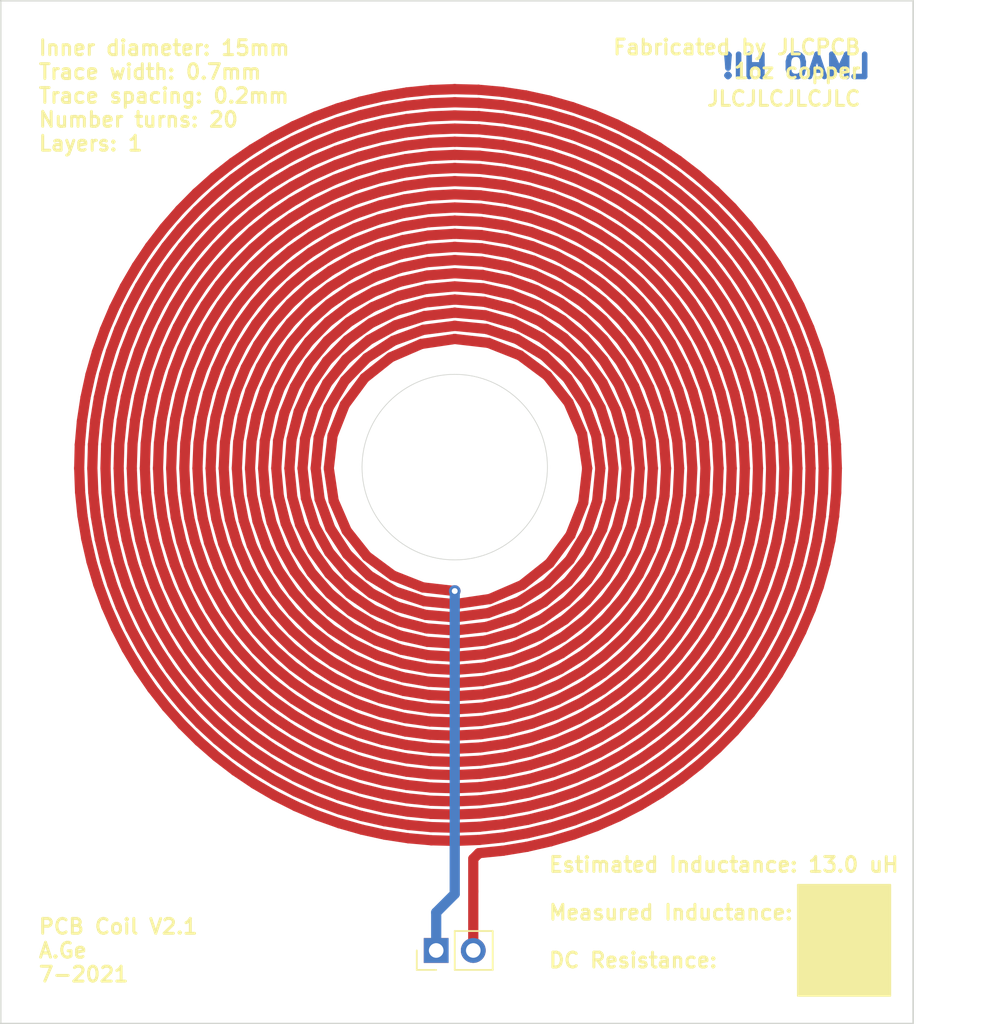
<source format=kicad_pcb>
(kicad_pcb (version 20171130) (host pcbnew "(5.1.6)-1")

  (general
    (thickness 1.6)
    (drawings 12)
    (tracks 1248)
    (zones 0)
    (modules 1)
    (nets 2)
  )

  (page B)
  (layers
    (0 F.Cu signal)
    (31 B.Cu signal)
    (32 B.Adhes user)
    (33 F.Adhes user)
    (34 B.Paste user)
    (35 F.Paste user)
    (36 B.SilkS user)
    (37 F.SilkS user)
    (38 B.Mask user)
    (39 F.Mask user)
    (40 Dwgs.User user)
    (41 Cmts.User user)
    (42 Eco1.User user)
    (43 Eco2.User user)
    (44 Edge.Cuts user)
    (45 Margin user)
    (46 B.CrtYd user)
    (47 F.CrtYd user)
    (48 B.Fab user)
    (49 F.Fab user)
  )

  (setup
    (last_trace_width 0.25)
    (user_trace_width 0.7)
    (trace_clearance 0.2)
    (zone_clearance 0.508)
    (zone_45_only no)
    (trace_min 0.2)
    (via_size 0.8)
    (via_drill 0.4)
    (via_min_size 0.4)
    (via_min_drill 0.3)
    (uvia_size 0.3)
    (uvia_drill 0.1)
    (uvias_allowed no)
    (uvia_min_size 0.2)
    (uvia_min_drill 0.1)
    (edge_width 0.05)
    (segment_width 0.2)
    (pcb_text_width 0.3)
    (pcb_text_size 1.5 1.5)
    (mod_edge_width 0.12)
    (mod_text_size 1 1)
    (mod_text_width 0.15)
    (pad_size 1.7 1.7)
    (pad_drill 1)
    (pad_to_mask_clearance 0.051)
    (solder_mask_min_width 0.25)
    (aux_axis_origin 0 0)
    (visible_elements 7FFFFFFF)
    (pcbplotparams
      (layerselection 0x010fc_ffffffff)
      (usegerberextensions false)
      (usegerberattributes false)
      (usegerberadvancedattributes false)
      (creategerberjobfile false)
      (excludeedgelayer true)
      (linewidth 0.100000)
      (plotframeref false)
      (viasonmask false)
      (mode 1)
      (useauxorigin false)
      (hpglpennumber 1)
      (hpglpenspeed 20)
      (hpglpendiameter 15.000000)
      (psnegative false)
      (psa4output false)
      (plotreference true)
      (plotvalue true)
      (plotinvisibletext false)
      (padsonsilk false)
      (subtractmaskfromsilk false)
      (outputformat 1)
      (mirror false)
      (drillshape 0)
      (scaleselection 1)
      (outputdirectory "INDUCTOR_COIL_1L_GERBERS/"))
  )

  (net 0 "")
  (net 1 /COIL)

  (net_class Default "This is the default net class."
    (clearance 0.2)
    (trace_width 0.25)
    (via_dia 0.8)
    (via_drill 0.4)
    (uvia_dia 0.3)
    (uvia_drill 0.1)
    (add_net /COIL)
  )

  (module Connector_PinHeader_2.54mm:PinHeader_1x02_P2.54mm_Vertical (layer F.Cu) (tedit 5D24F273) (tstamp 5D25598A)
    (at 227.33 155 90)
    (descr "Through hole straight pin header, 1x02, 2.54mm pitch, single row")
    (tags "Through hole pin header THT 1x02 2.54mm single row")
    (path /5D24EF2E)
    (fp_text reference J1 (at 0 -2.33 90) (layer F.SilkS) hide
      (effects (font (size 1 1) (thickness 0.15)))
    )
    (fp_text value Conn_01x02_Male (at 0 4.87 90) (layer F.Fab) hide
      (effects (font (size 1 1) (thickness 0.15)))
    )
    (fp_line (start 1.8 -1.8) (end -1.8 -1.8) (layer F.CrtYd) (width 0.05))
    (fp_line (start 1.8 4.35) (end 1.8 -1.8) (layer F.CrtYd) (width 0.05))
    (fp_line (start -1.8 4.35) (end 1.8 4.35) (layer F.CrtYd) (width 0.05))
    (fp_line (start -1.8 -1.8) (end -1.8 4.35) (layer F.CrtYd) (width 0.05))
    (fp_line (start -1.33 -1.33) (end 0 -1.33) (layer F.SilkS) (width 0.12))
    (fp_line (start -1.33 0) (end -1.33 -1.33) (layer F.SilkS) (width 0.12))
    (fp_line (start -1.33 1.27) (end 1.33 1.27) (layer F.SilkS) (width 0.12))
    (fp_line (start 1.33 1.27) (end 1.33 3.87) (layer F.SilkS) (width 0.12))
    (fp_line (start -1.33 1.27) (end -1.33 3.87) (layer F.SilkS) (width 0.12))
    (fp_line (start -1.33 3.87) (end 1.33 3.87) (layer F.SilkS) (width 0.12))
    (fp_line (start -1.27 -0.635) (end -0.635 -1.27) (layer F.Fab) (width 0.1))
    (fp_line (start -1.27 3.81) (end -1.27 -0.635) (layer F.Fab) (width 0.1))
    (fp_line (start 1.27 3.81) (end -1.27 3.81) (layer F.Fab) (width 0.1))
    (fp_line (start 1.27 -1.27) (end 1.27 3.81) (layer F.Fab) (width 0.1))
    (fp_line (start -0.635 -1.27) (end 1.27 -1.27) (layer F.Fab) (width 0.1))
    (fp_text user %R (at 0 1.27) (layer F.Fab) hide
      (effects (font (size 1 1) (thickness 0.15)))
    )
    (pad 2 thru_hole oval (at 0 2.54 90) (size 1.7 1.7) (drill 1) (layers *.Cu *.Mask)
      (net 1 /COIL))
    (pad 1 thru_hole rect (at 0 0 90) (size 1.7 1.7) (drill 1) (layers *.Cu *.Mask)
      (net 1 /COIL))
    (model ${KISYS3DMOD}/Connector_PinHeader_2.54mm.3dshapes/PinHeader_1x02_P2.54mm_Vertical.wrl
      (at (xyz 0 0 0))
      (scale (xyz 1 1 1))
      (rotate (xyz 0 0 0))
    )
  )

  (gr_poly (pts (xy 258.445 158.115) (xy 252.095 158.115) (xy 252.095 150.495) (xy 258.445 150.495)) (layer F.SilkS) (width 0.1))
  (gr_circle (center 228.6 121.92) (end 228.6 115.57) (layer Edge.Cuts) (width 0.05))
  (gr_text "Fabricated by JLCPCB\n1oz copper" (at 256.5 94) (layer F.SilkS)
    (effects (font (size 1.016 1.016) (thickness 0.2032)) (justify right))
  )
  (gr_text JLCJLCJLCJLC (at 256.5 96.7) (layer F.SilkS)
    (effects (font (size 1.016 1.016) (thickness 0.2032)) (justify right))
  )
  (gr_text "LMAO HI!\n" (at 252 94.5) (layer B.Cu)
    (effects (font (size 1.524 1.524) (thickness 0.381)) (justify mirror))
  )
  (gr_text "Inner diameter: 15mm\nTrace width: 0.7mm\nTrace spacing: 0.2mm\nNumber turns: 20\nLayers: 1" (at 200 96.5) (layer F.SilkS)
    (effects (font (size 1.016 1.016) (thickness 0.2032)) (justify left))
  )
  (gr_text "Estimated Inductance: 13.0 uH\n\nMeasured Inductance:             \n\nDC Resistance:                         " (at 234.95 152.4) (layer F.SilkS)
    (effects (font (size 1.016 1.016) (thickness 0.2032)) (justify left))
  )
  (gr_text "PCB Coil V2.1\nA.Ge\n7-2021" (at 200 155) (layer F.SilkS)
    (effects (font (size 1.016 1.016) (thickness 0.2032)) (justify left))
  )
  (gr_line (start 197.5 160) (end 197.5 90) (layer Edge.Cuts) (width 0.1))
  (gr_line (start 260 160) (end 197.5 160) (layer Edge.Cuts) (width 0.1))
  (gr_line (start 260 90) (end 260 160) (layer Edge.Cuts) (width 0.1))
  (gr_line (start 197.5 90) (end 260 90) (layer Edge.Cuts) (width 0.1))

  (segment (start 228.6 130.4) (end 228.6 130.4) (width 0.7) (layer F.Cu) (net 1) (tstamp 5D252D4C))
  (segment (start 226.416214 130.149999) (end 224.3625 129.339565) (width 0.7) (layer F.Cu) (net 1) (tstamp 5D252CC8))
  (segment (start 224.3625 129.339565) (end 222.580754 128.019246) (width 0.7) (layer F.Cu) (net 1) (tstamp 5D252CCE))
  (segment (start 222.580754 128.019246) (end 221.195483 126.275) (width 0.7) (layer F.Cu) (net 1) (tstamp 5D252D31))
  (segment (start 221.195483 126.275) (end 220.305112 124.222609) (width 0.7) (layer F.Cu) (net 1) (tstamp 5D252D3A))
  (segment (start 220.305112 124.222609) (end 219.975 122) (width 0.7) (layer F.Cu) (net 1) (tstamp 5D252D10))
  (segment (start 219.975 122) (end 220.232668 119.75798) (width 0.7) (layer F.Cu) (net 1) (tstamp 5D252D49))
  (segment (start 220.232668 119.75798) (end 221.065579 117.65) (width 0.7) (layer F.Cu) (net 1) (tstamp 5D252CE0))
  (segment (start 221.065579 117.65) (end 222.421654 115.821654) (width 0.7) (layer F.Cu) (net 1) (tstamp 5D252D37))
  (segment (start 222.421654 115.821654) (end 224.2125 114.400627) (width 0.7) (layer F.Cu) (net 1) (tstamp 5D252D2B))
  (segment (start 224.2125 114.400627) (end 226.319157 113.487779) (width 0.7) (layer F.Cu) (net 1) (tstamp 5D252CF2))
  (segment (start 226.319157 113.487779) (end 228.6 113.15) (width 0.7) (layer F.Cu) (net 1) (tstamp 5D252D34))
  (segment (start 228.6 113.15) (end 230.900254 113.415334) (width 0.7) (layer F.Cu) (net 1) (tstamp 5D252D13))
  (segment (start 230.900254 113.415334) (end 233.0625 114.270723) (width 0.7) (layer F.Cu) (net 1) (tstamp 5D252D0D))
  (segment (start 233.0625 114.270723) (end 234.937445 115.662555) (width 0.7) (layer F.Cu) (net 1) (tstamp 5D252CF5))
  (segment (start 234.937445 115.662555) (end 236.394229 117.5) (width 0.7) (layer F.Cu) (net 1) (tstamp 5D252D16))
  (segment (start 236.394229 117.5) (end 237.329555 119.660923) (width 0.7) (layer F.Cu) (net 1) (tstamp 5D252CCB))
  (segment (start 237.329555 119.660923) (end 237.675 122) (width 0.7) (layer F.Cu) (net 1) (tstamp 5D252D22))
  (segment (start 237.675 122) (end 237.401999 124.358489) (width 0.7) (layer F.Cu) (net 1) (tstamp 5D252D0A))
  (segment (start 237.401999 124.358489) (end 236.524132 126.575) (width 0.7) (layer F.Cu) (net 1) (tstamp 5D252D07))
  (segment (start 236.524132 126.575) (end 235.096544 128.496544) (width 0.7) (layer F.Cu) (net 1) (tstamp 5D252D43))
  (segment (start 235.096544 128.496544) (end 233.2125 129.989084) (width 0.7) (layer F.Cu) (net 1) (tstamp 5D252D04))
  (segment (start 233.2125 129.989084) (end 230.997311 130.946888) (width 0.7) (layer F.Cu) (net 1) (tstamp 5D252D01))
  (segment (start 230.997311 130.946888) (end 228.6 131.3) (width 0.7) (layer F.Cu) (net 1) (tstamp 5D252D46))
  (segment (start 228.6 131.3) (end 226.523403 131.098167) (width 0.7) (layer F.Cu) (net 1) (tstamp 5D252D25))
  (segment (start 226.523403 131.098167) (end 224.536989 130.43693) (width 0.7) (layer F.Cu) (net 1) (tstamp 5D252D1C))
  (segment (start 224.536989 130.43693) (end 222.741423 129.346424) (width 0.7) (layer F.Cu) (net 1) (tstamp 5D252D40))
  (segment (start 222.741423 129.346424) (end 221.228446 127.878618) (width 0.7) (layer F.Cu) (net 1) (tstamp 5D252D2E))
  (segment (start 221.228446 127.878618) (end 220.076191 126.10485) (width 0.7) (layer F.Cu) (net 1) (tstamp 5D252D28))
  (segment (start 220.076191 126.10485) (end 219.345149 124.112359) (width 0.7) (layer F.Cu) (net 1) (tstamp 5D252D1F))
  (segment (start 219.345149 124.112359) (end 219.075 122) (width 0.7) (layer F.Cu) (net 1) (tstamp 5D252CFB))
  (segment (start 219.075 122) (end 219.282475 119.873336) (width 0.7) (layer F.Cu) (net 1) (tstamp 5D252CDA))
  (segment (start 219.282475 119.873336) (end 219.960352 117.839365) (width 0.7) (layer F.Cu) (net 1) (tstamp 5D252CD7))
  (segment (start 219.960352 117.839365) (end 221.077664 116.001137) (width 0.7) (layer F.Cu) (net 1) (tstamp 5D252D3D))
  (segment (start 221.077664 116.001137) (end 222.581097 114.452534) (width 0.7) (layer F.Cu) (net 1) (tstamp 5D252CD4))
  (segment (start 222.581097 114.452534) (end 224.397526 113.273473) (width 0.7) (layer F.Cu) (net 1) (tstamp 5D252CE9))
  (segment (start 224.397526 113.273473) (end 226.437573 112.52579) (width 0.7) (layer F.Cu) (net 1) (tstamp 5D252CFE))
  (segment (start 226.437573 112.52579) (end 228.6 112.25) (width 0.7) (layer F.Cu) (net 1) (tstamp 5D252CEF))
  (segment (start 228.6 112.25) (end 230.776732 112.463116) (width 0.7) (layer F.Cu) (net 1) (tstamp 5D252CF8))
  (segment (start 230.776732 112.463116) (end 232.858259 113.157634) (width 0.7) (layer F.Cu) (net 1) (tstamp 5D252CEC))
  (segment (start 232.858259 113.157634) (end 234.739148 114.301752) (width 0.7) (layer F.Cu) (net 1) (tstamp 5D252CE6))
  (segment (start 234.739148 114.301752) (end 236.323378 115.840811) (width 0.7) (layer F.Cu) (net 1) (tstamp 5D252D19))
  (segment (start 236.323378 115.840811) (end 237.529245 117.699902) (width 0.7) (layer F.Cu) (net 1) (tstamp 5D252CE3))
  (segment (start 237.529245 117.699902) (end 238.293569 119.787506) (width 0.7) (layer F.Cu) (net 1) (tstamp 5D252CDD))
  (segment (start 238.293569 119.787506) (end 238.575 122) (width 0.7) (layer F.Cu) (net 1) (tstamp 5D252CD1))
  (segment (start 238.575 122) (end 238.356243 124.226799) (width 0.7) (layer F.Cu) (net 1) (tstamp 5D252CC5))
  (segment (start 238.356243 124.226799) (end 237.645084 126.355883) (width 0.7) (layer F.Cu) (net 1) (tstamp 5D252C20))
  (segment (start 237.645084 126.355883) (end 236.47416 128.279433) (width 0.7) (layer F.Cu) (net 1) (tstamp 5D252C80))
  (segment (start 236.47416 128.279433) (end 234.899474 129.89929) (width 0.7) (layer F.Cu) (net 1) (tstamp 5D252C98))
  (segment (start 234.899474 129.89929) (end 232.997722 131.131963) (width 0.7) (layer F.Cu) (net 1) (tstamp 5D252C44))
  (segment (start 232.997722 131.131963) (end 230.862561 131.912928) (width 0.7) (layer F.Cu) (net 1) (tstamp 5D252C89))
  (segment (start 230.862561 131.912928) (end 228.6 132.2) (width 0.7) (layer F.Cu) (net 1) (tstamp 5D252C5C))
  (segment (start 228.6 132.2) (end 226.604592 132.031594) (width 0.7) (layer F.Cu) (net 1) (tstamp 5D252C38))
  (segment (start 226.604592 132.031594) (end 224.675103 131.475539) (width 0.7) (layer F.Cu) (net 1) (tstamp 5D252C6E))
  (segment (start 224.675103 131.475539) (end 222.886307 130.551145) (width 0.7) (layer F.Cu) (net 1) (tstamp 5D252C6B))
  (segment (start 222.886307 130.551145) (end 221.307961 129.292039) (width 0.7) (layer F.Cu) (net 1) (tstamp 5D252CB6))
  (segment (start 221.307961 129.292039) (end 220.002085 127.744943) (width 0.7) (layer F.Cu) (net 1) (tstamp 5D252C74))
  (segment (start 220.002085 127.744943) (end 219.020524 125.967949) (width 0.7) (layer F.Cu) (net 1) (tstamp 5D252C8C))
  (segment (start 219.020524 125.967949) (end 218.402898 124.02833) (width 0.7) (layer F.Cu) (net 1) (tstamp 5D252C35))
  (segment (start 218.402898 124.02833) (end 218.175 122) (width 0.7) (layer F.Cu) (net 1) (tstamp 5D252C53))
  (segment (start 218.175 122) (end 218.347729 119.960696) (width 0.7) (layer F.Cu) (net 1) (tstamp 5D252C59))
  (segment (start 218.347729 119.960696) (end 218.916588 117.988999) (width 0.7) (layer F.Cu) (net 1) (tstamp 5D252C56))
  (segment (start 218.916588 117.988999) (end 219.861774 116.161304) (width 0.7) (layer F.Cu) (net 1) (tstamp 5D252C3E))
  (segment (start 219.861774 116.161304) (end 221.148862 114.548862) (width 0.7) (layer F.Cu) (net 1) (tstamp 5D252C14))
  (segment (start 221.148862 114.548862) (end 222.730053 113.215004) (width 0.7) (layer F.Cu) (net 1) (tstamp 5D252C08))
  (segment (start 222.730053 113.215004) (end 224.545947 112.212651) (width 0.7) (layer F.Cu) (net 1) (tstamp 5D252C2F))
  (segment (start 224.545947 112.212651) (end 226.527775 111.582221) (width 0.7) (layer F.Cu) (net 1) (tstamp 5D252C4A))
  (segment (start 226.527775 111.582221) (end 228.6 111.35) (width 0.7) (layer F.Cu) (net 1) (tstamp 5D252C3B))
  (segment (start 228.6 111.35) (end 230.683199 111.527052) (width 0.7) (layer F.Cu) (net 1) (tstamp 5D252C50))
  (segment (start 230.683199 111.527052) (end 232.697104 112.108715) (width 0.7) (layer F.Cu) (net 1) (tstamp 5D252C32))
  (segment (start 232.697104 112.108715) (end 234.563699 113.074693) (width 0.7) (layer F.Cu) (net 1) (tstamp 5D252C4D))
  (segment (start 234.563699 113.074693) (end 236.210237 114.389763) (width 0.7) (layer F.Cu) (net 1) (tstamp 5D252C68))
  (segment (start 236.210237 114.389763) (end 237.572077 116.00505) (width 0.7) (layer F.Cu) (net 1) (tstamp 5D252C47))
  (segment (start 237.572077 116.00505) (end 238.595222 117.859844) (width 0.7) (layer F.Cu) (net 1) (tstamp 5D252CB0))
  (segment (start 238.595222 117.859844) (end 239.238455 119.88388) (width 0.7) (layer F.Cu) (net 1) (tstamp 5D252C1D))
  (segment (start 239.238455 119.88388) (end 239.475 122) (width 0.7) (layer F.Cu) (net 1) (tstamp 5D252C0B))
  (segment (start 239.475 122) (end 239.293625 124.127094) (width 0.7) (layer F.Cu) (net 1) (tstamp 5D252C95))
  (segment (start 239.293625 124.127094) (end 238.699158 126.183208) (width 0.7) (layer F.Cu) (net 1) (tstamp 5D252C65))
  (segment (start 238.699158 126.183208) (end 237.712387 128.088703) (width 0.7) (layer F.Cu) (net 1) (tstamp 5D252C41))
  (segment (start 237.712387 128.088703) (end 236.369336 129.769336) (width 0.7) (layer F.Cu) (net 1) (tstamp 5D252C9E))
  (segment (start 236.369336 129.769336) (end 234.719953 131.159157) (width 0.7) (layer F.Cu) (net 1) (tstamp 5D252CA7))
  (segment (start 234.719953 131.159157) (end 232.82626 132.203095) (width 0.7) (layer F.Cu) (net 1) (tstamp 5D252C77))
  (segment (start 232.82626 132.203095) (end 230.760016 132.859132) (width 0.7) (layer F.Cu) (net 1) (tstamp 5D252C2C))
  (segment (start 230.760016 132.859132) (end 228.6 133.1) (width 0.7) (layer F.Cu) (net 1) (tstamp 5D252C29))
  (segment (start 228.6 133.1) (end 226.668164 132.955986) (width 0.7) (layer F.Cu) (net 1) (tstamp 5D252CC2))
  (segment (start 226.668164 132.955986) (end 224.786475 132.477573) (width 0.7) (layer F.Cu) (net 1) (tstamp 5D252C7D))
  (segment (start 224.786475 132.477573) (end 223.0125 131.677834) (width 0.7) (layer F.Cu) (net 1) (tstamp 5D252C26))
  (segment (start 223.0125 131.677834) (end 221.400779 130.579698) (width 0.7) (layer F.Cu) (net 1) (tstamp 5D252C1A))
  (segment (start 221.400779 130.579698) (end 220.001151 129.215291) (width 0.7) (layer F.Cu) (net 1) (tstamp 5D252C23))
  (segment (start 220.001151 129.215291) (end 218.857214 127.625) (width 0.7) (layer F.Cu) (net 1) (tstamp 5D252CA4))
  (segment (start 218.857214 127.625) (end 218.004966 125.856277) (width 0.7) (layer F.Cu) (net 1) (tstamp 5D252C62))
  (segment (start 218.004966 125.856277) (end 217.471672 123.962224) (width 0.7) (layer F.Cu) (net 1) (tstamp 5D252C17))
  (segment (start 217.471672 123.962224) (end 217.275 122) (width 0.7) (layer F.Cu) (net 1) (tstamp 5D252CAD))
  (segment (start 217.275 122) (end 217.422432 120.029093) (width 0.7) (layer F.Cu) (net 1) (tstamp 5D252C11))
  (segment (start 217.422432 120.029093) (end 217.910996 118.109521) (width 0.7) (layer F.Cu) (net 1) (tstamp 5D252C0E))
  (segment (start 217.910996 118.109521) (end 218.72731 116.3) (width 0.7) (layer F.Cu) (net 1) (tstamp 5D252CBF))
  (segment (start 218.72731 116.3) (end 219.847942 114.656152) (width 0.7) (layer F.Cu) (net 1) (tstamp 5D252C5F))
  (segment (start 219.847942 114.656152) (end 221.240082 113.228791) (width 0.7) (layer F.Cu) (net 1) (tstamp 5D252CBC))
  (segment (start 221.240082 113.228791) (end 222.8625 112.062358) (width 0.7) (layer F.Cu) (net 1) (tstamp 5D252C9B))
  (segment (start 222.8625 112.062358) (end 224.666768 111.193535) (width 0.7) (layer F.Cu) (net 1) (tstamp 5D252C86))
  (segment (start 224.666768 111.193535) (end 226.598705 110.650091) (width 0.7) (layer F.Cu) (net 1) (tstamp 5D252CAA))
  (segment (start 226.598705 110.650091) (end 228.6 110.45) (width 0.7) (layer F.Cu) (net 1) (tstamp 5D252C71))
  (segment (start 228.6 110.45) (end 230.609978 110.60085) (width 0.7) (layer F.Cu) (net 1) (tstamp 5D252CB9))
  (segment (start 230.609978 110.60085) (end 232.567434 111.099566) (width 0.7) (layer F.Cu) (net 1) (tstamp 5D252C83))
  (segment (start 232.567434 111.099566) (end 234.4125 111.932455) (width 0.7) (layer F.Cu) (net 1) (tstamp 5D252CB3))
  (segment (start 234.4125 111.932455) (end 236.088476 113.075582) (width 0.7) (layer F.Cu) (net 1) (tstamp 5D252C7A))
  (segment (start 236.088476 113.075582) (end 237.543569 114.495455) (width 0.7) (layer F.Cu) (net 1) (tstamp 5D252C92))
  (segment (start 237.543569 114.495455) (end 238.732497 116.15) (width 0.7) (layer F.Cu) (net 1) (tstamp 5D252CA1))
  (segment (start 238.732497 116.15) (end 239.617896 117.989814) (width 0.7) (layer F.Cu) (net 1) (tstamp 5D252C8F))
  (segment (start 239.617896 117.989814) (end 240.171491 119.959634) (width 0.7) (layer F.Cu) (net 1) (tstamp 5D252BF9))
  (segment (start 240.171491 119.959634) (end 240.375 122) (width 0.7) (layer F.Cu) (net 1) (tstamp 5D252BF6))
  (segment (start 240.375 122) (end 240.220731 124.049048) (width 0.7) (layer F.Cu) (net 1) (tstamp 5D252C05))
  (segment (start 240.220731 124.049048) (end 239.711865 126.044388) (width 0.7) (layer F.Cu) (net 1) (tstamp 5D252C02))
  (segment (start 239.711865 126.044388) (end 238.862401 127.925) (width 0.7) (layer F.Cu) (net 1) (tstamp 5D252BFF))
  (segment (start 238.862401 127.925) (end 237.696778 129.633103) (width 0.7) (layer F.Cu) (net 1) (tstamp 5D252BFC))
  (segment (start 237.696778 129.633103) (end 236.249173 131.115929) (width 0.7) (layer F.Cu) (net 1) (tstamp 5D252EC3))
  (segment (start 236.249173 131.115929) (end 234.5625 132.327353) (width 0.7) (layer F.Cu) (net 1) (tstamp 5D252EDE))
  (segment (start 234.5625 132.327353) (end 232.687141 133.229327) (width 0.7) (layer F.Cu) (net 1) (tstamp 5D252E93))
  (segment (start 232.687141 133.229327) (end 230.679437 133.793073) (width 0.7) (layer F.Cu) (net 1) (tstamp 5D252EFC))
  (segment (start 230.679437 133.793073) (end 228.6 134) (width 0.7) (layer F.Cu) (net 1) (tstamp 5D252E57))
  (segment (start 228.6 134) (end 226.719267 133.874483) (width 0.7) (layer F.Cu) (net 1) (tstamp 5D252EF6))
  (segment (start 226.719267 133.874483) (end 224.87789 133.455476) (width 0.7) (layer F.Cu) (net 1) (tstamp 5D252E6F))
  (segment (start 224.87789 133.455476) (end 223.12147 132.752221) (width 0.7) (layer F.Cu) (net 1) (tstamp 5D252EC6))
  (segment (start 223.12147 132.752221) (end 221.493676 131.781015) (width 0.7) (layer F.Cu) (net 1) (tstamp 5D252EB1))
  (segment (start 221.493676 131.781015) (end 220.035169 130.564831) (width 0.7) (layer F.Cu) (net 1) (tstamp 5D252E9C))
  (segment (start 220.035169 130.564831) (end 218.782579 129.132774) (width 0.7) (layer F.Cu) (net 1) (tstamp 5D252E69))
  (segment (start 218.782579 129.132774) (end 217.767588 127.51939) (width 0.7) (layer F.Cu) (net 1) (tstamp 5D252EB4))
  (segment (start 217.767588 127.51939) (end 217.016132 125.763827) (width 0.7) (layer F.Cu) (net 1) (tstamp 5D252EA5))
  (segment (start 217.016132 125.763827) (end 216.547733 123.908892) (width 0.7) (layer F.Cu) (net 1) (tstamp 5D252EEA))
  (segment (start 216.547733 123.908892) (end 216.375 122) (width 0.7) (layer F.Cu) (net 1) (tstamp 5D252E78))
  (segment (start 216.375 122) (end 216.503287 120.084069) (width 0.7) (layer F.Cu) (net 1) (tstamp 5D252EAE))
  (segment (start 216.503287 120.084069) (end 216.930537 118.208361) (width 0.7) (layer F.Cu) (net 1) (tstamp 5D252E48))
  (segment (start 216.930537 118.208361) (end 217.647302 116.419322) (width 0.7) (layer F.Cu) (net 1) (tstamp 5D252EC9))
  (segment (start 217.647302 116.419322) (end 218.636956 114.761425) (width 0.7) (layer F.Cu) (net 1) (tstamp 5D252E84))
  (segment (start 218.636956 114.761425) (end 219.87607 113.27607) (width 0.7) (layer F.Cu) (net 1) (tstamp 5D252EAB))
  (segment (start 219.87607 113.27607) (end 221.334974 112.00055) (width 0.7) (layer F.Cu) (net 1) (tstamp 5D252ECF))
  (segment (start 221.334974 112.00055) (end 222.978463 110.967112) (width 0.7) (layer F.Cu) (net 1) (tstamp 5D252EA8))
  (segment (start 222.978463 110.967112) (end 224.766644 110.202144) (width 0.7) (layer F.Cu) (net 1) (tstamp 5D252EDB))
  (segment (start 224.766644 110.202144) (end 226.655911 109.725503) (width 0.7) (layer F.Cu) (net 1) (tstamp 5D252ED2))
  (segment (start 226.655911 109.725503) (end 228.6 109.55) (width 0.7) (layer F.Cu) (net 1) (tstamp 5D252E42))
  (segment (start 228.6 109.55) (end 230.551129 109.681057) (width 0.7) (layer F.Cu) (net 1) (tstamp 5D252E60))
  (segment (start 230.551129 109.681057) (end 232.461167 110.116549) (width 0.7) (layer F.Cu) (net 1) (tstamp 5D252ECC))
  (segment (start 232.461167 110.116549) (end 234.282826 110.846826) (width 0.7) (layer F.Cu) (net 1) (tstamp 5D252EA2))
  (segment (start 234.282826 110.846826) (end 235.970827 111.854927) (width 0.7) (layer F.Cu) (net 1) (tstamp 5D252E9F))
  (segment (start 235.970827 111.854927) (end 237.483029 113.116971) (width 0.7) (layer F.Cu) (net 1) (tstamp 5D252EC0))
  (segment (start 237.483029 113.116971) (end 238.781479 114.602723) (width 0.7) (layer F.Cu) (net 1) (tstamp 5D252EBD))
  (segment (start 238.781479 114.602723) (end 239.833365 116.276315) (width 0.7) (layer F.Cu) (net 1) (tstamp 5D252EE7))
  (segment (start 239.833365 116.276315) (end 240.611844 118.097115) (width 0.7) (layer F.Cu) (net 1) (tstamp 5D252EE4))
  (segment (start 240.611844 118.097115) (end 241.096727 120.020713) (width 0.7) (layer F.Cu) (net 1) (tstamp 5D252E72))
  (segment (start 241.096727 120.020713) (end 241.275 122) (width 0.7) (layer F.Cu) (net 1) (tstamp 5D252E66))
  (segment (start 241.275 122) (end 241.141173 123.986327) (width 0.7) (layer F.Cu) (net 1) (tstamp 5D252E8A))
  (segment (start 241.141173 123.986327) (end 240.697439 125.930696) (width 0.7) (layer F.Cu) (net 1) (tstamp 5D252EBA))
  (segment (start 240.697439 125.930696) (end 239.953651 127.784974) (width 0.7) (layer F.Cu) (net 1) (tstamp 5D252E6C))
  (segment (start 239.953651 127.784974) (end 238.927102 129.503079) (width 0.7) (layer F.Cu) (net 1) (tstamp 5D252E54))
  (segment (start 238.927102 129.503079) (end 237.642128 131.042128) (width 0.7) (layer F.Cu) (net 1) (tstamp 5D252E96))
  (segment (start 237.642128 131.042128) (end 236.129529 132.363508) (width 0.7) (layer F.Cu) (net 1) (tstamp 5D252EE1))
  (segment (start 236.129529 132.363508) (end 234.425833 133.433841) (width 0.7) (layer F.Cu) (net 1) (tstamp 5D252E99))
  (segment (start 234.425833 133.433841) (end 232.572413 134.225832) (width 0.7) (layer F.Cu) (net 1) (tstamp 5D252E90))
  (segment (start 232.572413 134.225832) (end 230.614485 134.718957) (width 0.7) (layer F.Cu) (net 1) (tstamp 5D252ED8))
  (segment (start 230.614485 134.718957) (end 228.6 134.9) (width 0.7) (layer F.Cu) (net 1) (tstamp 5D252E51))
  (segment (start 228.6 134.9) (end 226.761228 134.788943) (width 0.7) (layer F.Cu) (net 1) (tstamp 5D252E45))
  (segment (start 226.761228 134.788943) (end 224.954125 134.416711) (width 0.7) (layer F.Cu) (net 1) (tstamp 5D252EB7))
  (segment (start 224.954125 134.416711) (end 223.215655 133.790071) (width 0.7) (layer F.Cu) (net 1) (tstamp 5D252E8D))
  (segment (start 223.215655 133.790071) (end 221.581499 132.921) (width 0.7) (layer F.Cu) (net 1) (tstamp 5D252E63))
  (segment (start 221.581499 132.921) (end 220.085322 131.826462) (width 0.7) (layer F.Cu) (net 1) (tstamp 5D252ED5))
  (segment (start 220.085322 131.826462) (end 218.758079 130.528073) (width 0.7) (layer F.Cu) (net 1) (tstamp 5D252E87))
  (segment (start 218.758079 130.528073) (end 217.627377 129.051676) (width 0.7) (layer F.Cu) (net 1) (tstamp 5D252E81))
  (segment (start 217.627377 129.051676) (end 216.716898 127.426831) (width 0.7) (layer F.Cu) (net 1) (tstamp 5D252E7E))
  (segment (start 216.716898 127.426831) (end 216.045907 125.686214) (width 0.7) (layer F.Cu) (net 1) (tstamp 5D252EFF))
  (segment (start 216.045907 125.686214) (end 215.62884 123.864971) (width 0.7) (layer F.Cu) (net 1) (tstamp 5D252E7B))
  (segment (start 215.62884 123.864971) (end 215.475 122) (width 0.7) (layer F.Cu) (net 1) (tstamp 5D252E75))
  (segment (start 215.475 122) (end 215.588347 120.129207) (width 0.7) (layer F.Cu) (net 1) (tstamp 5D252EED))
  (segment (start 215.588347 120.129207) (end 215.967403 118.290735) (width 0.7) (layer F.Cu) (net 1) (tstamp 5D252E5D))
  (segment (start 215.967403 118.290735) (end 216.605262 116.522187) (width 0.7) (layer F.Cu) (net 1) (tstamp 5D252EF3))
  (segment (start 216.605262 116.522187) (end 217.489718 114.859855) (width 0.7) (layer F.Cu) (net 1) (tstamp 5D252E4B))
  (segment (start 217.489718 114.859855) (end 218.603494 113.337978) (width 0.7) (layer F.Cu) (net 1) (tstamp 5D252EF0))
  (segment (start 218.603494 113.337978) (end 219.924584 111.988036) (width 0.7) (layer F.Cu) (net 1) (tstamp 5D252E5A))
  (segment (start 219.924584 111.988036) (end 221.426679 110.838095) (width 0.7) (layer F.Cu) (net 1) (tstamp 5D252E4E))
  (segment (start 221.426679 110.838095) (end 223.079701 109.912231) (width 0.7) (layer F.Cu) (net 1) (tstamp 5D252EF9))
  (segment (start 223.079701 109.912231) (end 224.850396 109.230021) (width 0.7) (layer F.Cu) (net 1) (tstamp 5D252E2D))
  (segment (start 224.850396 109.230021) (end 226.703008 108.80613) (width 0.7) (layer F.Cu) (net 1) (tstamp 5D252D91))
  (segment (start 226.703008 108.80613) (end 228.6 108.65) (width 0.7) (layer F.Cu) (net 1) (tstamp 5D252E3F))
  (segment (start 228.6 108.65) (end 230.502814 108.765637) (width 0.7) (layer F.Cu) (net 1) (tstamp 5D252D9A))
  (segment (start 230.502814 108.765637) (end 232.372655 109.151517) (width 0.7) (layer F.Cu) (net 1) (tstamp 5D252DFA))
  (segment (start 232.372655 109.151517) (end 234.171282 109.800595) (width 0.7) (layer F.Cu) (net 1) (tstamp 5D252E12))
  (segment (start 234.171282 109.800595) (end 235.861789 110.700436) (width 0.7) (layer F.Cu) (net 1) (tstamp 5D252DBE))
  (segment (start 235.861789 110.700436) (end 237.409365 111.833451) (width 0.7) (layer F.Cu) (net 1) (tstamp 5D252E03))
  (segment (start 237.409365 111.833451) (end 238.782008 113.17724) (width 0.7) (layer F.Cu) (net 1) (tstamp 5D252E2A))
  (segment (start 238.782008 113.17724) (end 239.951187 114.705035) (width 0.7) (layer F.Cu) (net 1) (tstamp 5D252DEE))
  (segment (start 239.951187 114.705035) (end 240.892436 116.386233) (width 0.7) (layer F.Cu) (net 1) (tstamp 5D252DE8))
  (segment (start 240.892436 116.386233) (end 241.585865 118.187006) (width 0.7) (layer F.Cu) (net 1) (tstamp 5D252E06))
  (segment (start 241.585865 118.187006) (end 242.01658 120.070987) (width 0.7) (layer F.Cu) (net 1) (tstamp 5D252DE5))
  (segment (start 242.01658 120.070987) (end 242.175 122) (width 0.7) (layer F.Cu) (net 1) (tstamp 5D252DEB))
  (segment (start 242.175 122) (end 242.057072 123.934835) (width 0.7) (layer F.Cu) (net 1) (tstamp 5D252D88))
  (segment (start 242.057072 123.934835) (end 241.664369 125.836045) (width 0.7) (layer F.Cu) (net 1) (tstamp 5D252DAC))
  (segment (start 241.664369 125.836045) (end 241.004073 127.66475) (width 0.7) (layer F.Cu) (net 1) (tstamp 5D252DD6))
  (segment (start 241.004073 127.66475) (end 240.088847 129.383433) (width 0.7) (layer F.Cu) (net 1) (tstamp 5D252E00))
  (segment (start 240.088847 129.383433) (end 238.936593 130.956709) (width 0.7) (layer F.Cu) (net 1) (tstamp 5D252E24))
  (segment (start 238.936593 130.956709) (end 237.570104 132.352052) (width 0.7) (layer F.Cu) (net 1) (tstamp 5D252D85))
  (segment (start 237.570104 132.352052) (end 236.016609 133.540469) (width 0.7) (layer F.Cu) (net 1) (tstamp 5D252E3C))
  (segment (start 236.016609 133.540469) (end 234.307236 134.497103) (width 0.7) (layer F.Cu) (net 1) (tstamp 5D252E27))
  (segment (start 234.307236 134.497103) (end 232.476384 135.201751) (width 0.7) (layer F.Cu) (net 1) (tstamp 5D252DBB))
  (segment (start 232.476384 135.201751) (end 230.561034 135.63929) (width 0.7) (layer F.Cu) (net 1) (tstamp 5D252E33))
  (segment (start 230.561034 135.63929) (end 228.6 135.8) (width 0.7) (layer F.Cu) (net 1) (tstamp 5D252DB5))
  (segment (start 228.6 135.8) (end 226.796291 135.700529) (width 0.7) (layer F.Cu) (net 1) (tstamp 5D252E39))
  (segment (start 226.796291 135.700529) (end 225.018591 135.365999) (width 0.7) (layer F.Cu) (net 1) (tstamp 5D252E30))
  (segment (start 225.018591 135.365999) (end 223.297443 134.801506) (width 0.7) (layer F.Cu) (net 1) (tstamp 5D252D9D))
  (segment (start 223.297443 134.801506) (end 221.6625 134.016102) (width 0.7) (layer F.Cu) (net 1) (tstamp 5D252D82))
  (segment (start 221.6625 134.016102) (end 220.142021 133.022653) (width 0.7) (layer F.Cu) (net 1) (tstamp 5D252E36))
  (segment (start 220.142021 133.022653) (end 218.762377 131.837623) (width 0.7) (layer F.Cu) (net 1) (tstamp 5D252DFD))
  (segment (start 218.762377 131.837623) (end 217.547596 130.480808) (width 0.7) (layer F.Cu) (net 1) (tstamp 5D252DD3))
  (segment (start 217.547596 130.480808) (end 216.518946 128.975) (width 0.7) (layer F.Cu) (net 1) (tstamp 5D252DB8))
  (segment (start 216.518946 128.975) (end 215.694558 127.345609) (width 0.7) (layer F.Cu) (net 1) (tstamp 5D252DD0))
  (segment (start 215.694558 127.345609) (end 215.089113 125.620231) (width 0.7) (layer F.Cu) (net 1) (tstamp 5D252DB2))
  (segment (start 215.089113 125.620231) (end 214.713575 123.828182) (width 0.7) (layer F.Cu) (net 1) (tstamp 5D252DAF))
  (segment (start 214.713575 123.828182) (end 214.575 122) (width 0.7) (layer F.Cu) (net 1) (tstamp 5D252E21))
  (segment (start 214.575 122) (end 214.676396 120.166923) (width 0.7) (layer F.Cu) (net 1) (tstamp 5D252DA9))
  (segment (start 214.676396 120.166923) (end 215.016668 118.360357) (width 0.7) (layer F.Cu) (net 1) (tstamp 5D252DC4))
  (segment (start 215.016668 118.360357) (end 215.590621 116.611339) (width 0.7) (layer F.Cu) (net 1) (tstamp 5D252DA6))
  (segment (start 215.590621 116.611339) (end 216.389042 114.95) (width 0.7) (layer F.Cu) (net 1) (tstamp 5D252D94))
  (segment (start 216.389042 114.95) (end 217.398843 113.40505) (width 0.7) (layer F.Cu) (net 1) (tstamp 5D252D8B))
  (segment (start 217.398843 113.40505) (end 218.603278 112.003278) (width 0.7) (layer F.Cu) (net 1) (tstamp 5D252E09))
  (segment (start 218.603278 112.003278) (end 219.982221 110.769092) (width 0.7) (layer F.Cu) (net 1) (tstamp 5D252DA3))
  (segment (start 219.982221 110.769092) (end 221.5125 109.72409) (width 0.7) (layer F.Cu) (net 1) (tstamp 5D252DF1))
  (segment (start 221.5125 109.72409) (end 223.168287 108.886685) (width 0.7) (layer F.Cu) (net 1) (tstamp 5D252DE2))
  (segment (start 223.168287 108.886685) (end 224.921534 108.271779) (width 0.7) (layer F.Cu) (net 1) (tstamp 5D252DDF))
  (segment (start 224.921534 108.271779) (end 226.742449 107.8905) (width 0.7) (layer F.Cu) (net 1) (tstamp 5D252DF7))
  (segment (start 226.742449 107.8905) (end 228.6 107.75) (width 0.7) (layer F.Cu) (net 1) (tstamp 5D252E1E))
  (segment (start 228.6 107.75) (end 230.462446 107.853321) (width 0.7) (layer F.Cu) (net 1) (tstamp 5D252DDC))
  (segment (start 230.462446 107.853321) (end 232.297877 108.199335) (width 0.7) (layer F.Cu) (net 1) (tstamp 5D252E18))
  (segment (start 232.297877 108.199335) (end 234.074765 108.782748) (width 0.7) (layer F.Cu) (net 1) (tstamp 5D252DD9))
  (segment (start 234.074765 108.782748) (end 235.7625 109.594186) (width 0.7) (layer F.Cu) (net 1) (tstamp 5D252E1B))
  (segment (start 235.7625 109.594186) (end 237.331922 110.620338) (width 0.7) (layer F.Cu) (net 1) (tstamp 5D252E15))
  (segment (start 237.331922 110.620338) (end 238.755821 111.844179) (width 0.7) (layer F.Cu) (net 1) (tstamp 5D252DA0))
  (segment (start 238.755821 111.844179) (end 240.009413 113.24525) (width 0.7) (layer F.Cu) (net 1) (tstamp 5D252E0F))
  (segment (start 240.009413 113.24525) (end 241.070766 114.8) (width 0.7) (layer F.Cu) (net 1) (tstamp 5D252DF4))
  (segment (start 241.070766 114.8) (end 241.921188 116.482183) (width 0.7) (layer F.Cu) (net 1) (tstamp 5D252E0C))
  (segment (start 241.921188 116.482183) (end 242.545554 118.2633) (width 0.7) (layer F.Cu) (net 1) (tstamp 5D252DCD))
  (segment (start 242.545554 118.2633) (end 242.932575 120.113081) (width 0.7) (layer F.Cu) (net 1) (tstamp 5D252DCA))
  (segment (start 242.932575 120.113081) (end 243.075 122) (width 0.7) (layer F.Cu) (net 1) (tstamp 5D252DC7))
  (segment (start 243.075 122) (end 242.969754 123.891814) (width 0.7) (layer F.Cu) (net 1) (tstamp 5D252D97))
  (segment (start 242.969754 123.891814) (end 242.617999 125.756111) (width 0.7) (layer F.Cu) (net 1) (tstamp 5D252DC1))
  (segment (start 242.617999 125.756111) (end 242.025124 127.560869) (width 0.7) (layer F.Cu) (net 1) (tstamp 5D252D8E))
  (segment (start 242.025124 127.560869) (end 241.20067 129.275) (width 0.7) (layer F.Cu) (net 1) (tstamp 5D252D70))
  (segment (start 241.20067 129.275) (end 240.158166 130.868893) (width 0.7) (layer F.Cu) (net 1) (tstamp 5D252D52))
  (segment (start 240.158166 130.868893) (end 238.91492 132.31492) (width 0.7) (layer F.Cu) (net 1) (tstamp 5D252D7F))
  (segment (start 238.91492 132.31492) (end 237.491722 133.587917) (width 0.7) (layer F.Cu) (net 1) (tstamp 5D252D79))
  (segment (start 237.491722 133.587917) (end 235.9125 134.665622) (width 0.7) (layer F.Cu) (net 1) (tstamp 5D252D76))
  (segment (start 235.9125 134.665622) (end 234.203921 135.529061) (width 0.7) (layer F.Cu) (net 1) (tstamp 5D252D73))
  (segment (start 234.203921 135.529061) (end 232.394934 136.162887) (width 0.7) (layer F.Cu) (net 1) (tstamp 5D252D6D))
  (segment (start 232.394934 136.162887) (end 230.516288 136.55565) (width 0.7) (layer F.Cu) (net 1) (tstamp 5D252D6A))
  (segment (start 230.516288 136.55565) (end 228.6 136.7) (width 0.7) (layer F.Cu) (net 1) (tstamp 5D252D4F))
  (segment (start 228.6 136.7) (end 226.826025 136.610002) (width 0.7) (layer F.Cu) (net 1) (tstamp 5D252D58))
  (segment (start 226.826025 136.610002) (end 225.073776 136.306454) (width 0.7) (layer F.Cu) (net 1) (tstamp 5D252D67))
  (segment (start 225.073776 136.306454) (end 223.368896 135.793288) (width 0.7) (layer F.Cu) (net 1) (tstamp 5D252D61))
  (segment (start 223.368896 135.793288) (end 221.736396 135.077504) (width 0.7) (layer F.Cu) (net 1) (tstamp 5D252D64))
  (segment (start 221.736396 135.077504) (end 220.200289 134.169083) (width 0.7) (layer F.Cu) (net 1) (tstamp 5D252D7C))
  (segment (start 220.200289 134.169083) (end 218.783234 133.080838) (width 0.7) (layer F.Cu) (net 1) (tstamp 5D252D5E))
  (segment (start 218.783234 133.080838) (end 217.506207 131.828243) (width 0.7) (layer F.Cu) (net 1) (tstamp 5D252D5B))
  (segment (start 217.506207 131.828243) (end 216.388186 130.429207) (width 0.7) (layer F.Cu) (net 1) (tstamp 5D252D55))
  (segment (start 216.388186 130.429207) (end 215.44587 128.90382) (width 0.7) (layer F.Cu) (net 1) (tstamp 5D252F3B))
  (segment (start 215.44587 128.90382) (end 214.693431 127.274066) (width 0.7) (layer F.Cu) (net 1) (tstamp 5D252F6B))
  (segment (start 214.693431 127.274066) (end 214.142303 125.563502) (width 0.7) (layer F.Cu) (net 1) (tstamp 5D252F35))
  (segment (start 214.142303 125.563502) (end 213.801002 123.796924) (width 0.7) (layer F.Cu) (net 1) (tstamp 5D252F0B))
  (segment (start 213.801002 123.796924) (end 213.675 122) (width 0.7) (layer F.Cu) (net 1) (tstamp 5D252F38))
  (segment (start 213.675 122) (end 213.766639 120.198904) (width 0.7) (layer F.Cu) (net 1) (tstamp 5D252F23))
  (segment (start 213.766639 120.198904) (end 214.075084 118.41993) (width 0.7) (layer F.Cu) (net 1) (tstamp 5D252F56))
  (segment (start 214.075084 118.41993) (end 214.596334 116.68911) (width 0.7) (layer F.Cu) (net 1) (tstamp 5D252F59))
  (segment (start 214.596334 116.68911) (end 215.323268 115.031834) (width 0.7) (layer F.Cu) (net 1) (tstamp 5D252F3E))
  (segment (start 215.323268 115.031834) (end 216.245746 113.472474) (width 0.7) (layer F.Cu) (net 1) (tstamp 5D252F20))
  (segment (start 216.245746 113.472474) (end 217.350747 112.034032) (width 0.7) (layer F.Cu) (net 1) (tstamp 5D252F1D))
  (segment (start 217.350747 112.034032) (end 218.622554 110.737792) (width 0.7) (layer F.Cu) (net 1) (tstamp 5D252F4A))
  (segment (start 218.622554 110.737792) (end 220.042979 109.603014) (width 0.7) (layer F.Cu) (net 1) (tstamp 5D252F32))
  (segment (start 220.042979 109.603014) (end 221.591617 108.646642) (width 0.7) (layer F.Cu) (net 1) (tstamp 5D252F41))
  (segment (start 221.591617 108.646642) (end 223.246148 107.883053) (width 0.7) (layer F.Cu) (net 1) (tstamp 5D252F4D))
  (segment (start 223.246148 107.883053) (end 224.982652 107.323841) (width 0.7) (layer F.Cu) (net 1) (tstamp 5D252F47))
  (segment (start 224.982652 107.323841) (end 226.775956 106.977642) (width 0.7) (layer F.Cu) (net 1) (tstamp 5D252F5C))
  (segment (start 226.775956 106.977642) (end 228.6 106.85) (width 0.7) (layer F.Cu) (net 1) (tstamp 5D252F53))
  (segment (start 228.6 106.85) (end 230.428217 106.943279) (width 0.7) (layer F.Cu) (net 1) (tstamp 5D252F08))
  (segment (start 230.428217 106.943279) (end 232.233916 107.256622) (width 0.7) (layer F.Cu) (net 1) (tstamp 5D252F68))
  (segment (start 232.233916 107.256622) (end 233.990676 107.785955) (width 0.7) (layer F.Cu) (net 1) (tstamp 5D252F2F))
  (segment (start 233.990676 107.785955) (end 235.672729 108.52404) (width 0.7) (layer F.Cu) (net 1) (tstamp 5D252F1A))
  (segment (start 235.672729 108.52404) (end 237.25534 109.460575) (width 0.7) (layer F.Cu) (net 1) (tstamp 5D252F17))
  (segment (start 237.25534 109.460575) (end 238.715171 110.582332) (width 0.7) (layer F.Cu) (net 1) (tstamp 5D252F44))
  (segment (start 238.715171 110.582332) (end 240.030623 111.873352) (width 0.7) (layer F.Cu) (net 1) (tstamp 5D252F50))
  (segment (start 240.030623 111.873352) (end 241.182157 113.315164) (width 0.7) (layer F.Cu) (net 1) (tstamp 5D252F2C))
  (segment (start 241.182157 113.315164) (end 242.152586 114.887054) (width 0.7) (layer F.Cu) (net 1) (tstamp 5D252F29))
  (segment (start 242.152586 114.887054) (end 242.927326 116.566362) (width 0.7) (layer F.Cu) (net 1) (tstamp 5D252F26))
  (segment (start 242.927326 116.566362) (end 243.494621 118.328806) (width 0.7) (layer F.Cu) (net 1) (tstamp 5D252F5F))
  (segment (start 243.494621 118.328806) (end 243.845717 120.148835) (width 0.7) (layer F.Cu) (net 1) (tstamp 5D252F14))
  (segment (start 243.845717 120.148835) (end 243.975 122) (width 0.7) (layer F.Cu) (net 1) (tstamp 5D252F11))
  (segment (start 243.975 122) (end 243.88008 123.855338) (width 0.7) (layer F.Cu) (net 1) (tstamp 5D252F0E))
  (segment (start 243.88008 123.855338) (end 243.56184 125.687762) (width 0.7) (layer F.Cu) (net 1) (tstamp 5D252F65))
  (segment (start 243.56184 125.687762) (end 243.024424 127.470462) (width 0.7) (layer F.Cu) (net 1) (tstamp 5D252F62))
  (segment (start 243.024424 127.470462) (end 242.275187 129.177292) (width 0.7) (layer F.Cu) (net 1) (tstamp 5D253058))
  (segment (start 242.275187 129.177292) (end 241.324597 130.783155) (width 0.7) (layer F.Cu) (net 1) (tstamp 5D25300A))
  (segment (start 241.324597 130.783155) (end 240.186083 132.264374) (width 0.7) (layer F.Cu) (net 1) (tstamp 5D25306A))
  (segment (start 240.186083 132.264374) (end 238.875851 133.599038) (width 0.7) (layer F.Cu) (net 1) (tstamp 5D253097))
  (segment (start 238.875851 133.599038) (end 237.412651 134.767329) (width 0.7) (layer F.Cu) (net 1) (tstamp 5D253091))
  (segment (start 237.412651 134.767329) (end 235.817508 135.751813) (width 0.7) (layer F.Cu) (net 1) (tstamp 5D25309A))
  (segment (start 235.817508 135.751813) (end 234.113424 136.537704) (width 0.7) (layer F.Cu) (net 1) (tstamp 5D2530A0))
  (segment (start 234.113424 136.537704) (end 232.32504 137.113083) (width 0.7) (layer F.Cu) (net 1) (tstamp 5D253007))
  (segment (start 232.32504 137.113083) (end 230.478286 137.469077) (width 0.7) (layer F.Cu) (net 1) (tstamp 5D253073))
  (segment (start 230.478286 137.469077) (end 228.6 137.6) (width 0.7) (layer F.Cu) (net 1) (tstamp 5D25309D))
  (segment (start 228.6 137.6) (end 226.851555 137.517881) (width 0.7) (layer F.Cu) (net 1) (tstamp 5D25308E))
  (segment (start 226.851555 137.517881) (end 225.121521 137.240212) (width 0.7) (layer F.Cu) (net 1) (tstamp 5D253004))
  (segment (start 225.121521 137.240212) (end 223.431722 136.770089) (width 0.7) (layer F.Cu) (net 1) (tstamp 5D253094))
  (segment (start 223.431722 136.770089) (end 221.803521 136.113034) (width 0.7) (layer F.Cu) (net 1) (tstamp 5D2530A9))
  (segment (start 221.803521 136.113034) (end 220.257547 135.276938) (width 0.7) (layer F.Cu) (net 1) (tstamp 5D25303D))
  (segment (start 220.257547 135.276938) (end 218.813437 134.271962) (width 0.7) (layer F.Cu) (net 1) (tstamp 5D253040))
  (segment (start 218.813437 134.271962) (end 217.489585 133.110415) (width 0.7) (layer F.Cu) (net 1) (tstamp 5D2530AF))
  (segment (start 217.489585 133.110415) (end 216.302908 131.806604) (width 0.7) (layer F.Cu) (net 1) (tstamp 5D25308B))
  (segment (start 216.302908 131.806604) (end 215.26863 130.376655) (width 0.7) (layer F.Cu) (net 1) (tstamp 5D253085))
  (segment (start 215.26863 130.376655) (end 214.400087 128.838318) (width 0.7) (layer F.Cu) (net 1) (tstamp 5D253070))
  (segment (start 214.400087 128.838318) (end 213.708555 127.210742) (width 0.7) (layer F.Cu) (net 1) (tstamp 5D25305B))
  (segment (start 213.708555 127.210742) (end 213.203103 125.514241) (width 0.7) (layer F.Cu) (net 1) (tstamp 5D25302B))
  (segment (start 213.203103 125.514241) (end 212.890475 123.770038) (width 0.7) (layer F.Cu) (net 1) (tstamp 5D2530B2))
  (segment (start 212.890475 123.770038) (end 212.775 122) (width 0.7) (layer F.Cu) (net 1) (tstamp 5D253064))
  (segment (start 212.775 122) (end 212.858534 120.226363) (width 0.7) (layer F.Cu) (net 1) (tstamp 5D2530A6))
  (segment (start 212.858534 120.226363) (end 213.140429 118.471454) (width 0.7) (layer F.Cu) (net 1) (tstamp 5D253019))
  (segment (start 213.140429 118.471454) (end 213.617538 116.75741) (width 0.7) (layer F.Cu) (net 1) (tstamp 5D25306D))
  (segment (start 213.617538 116.75741) (end 214.284248 115.105897) (width 0.7) (layer F.Cu) (net 1) (tstamp 5D25303A))
  (segment (start 214.284248 115.105897) (end 215.132549 113.53784) (width 0.7) (layer F.Cu) (net 1) (tstamp 5D253049))
  (segment (start 215.132549 113.53784) (end 216.152126 112.073152) (width 0.7) (layer F.Cu) (net 1) (tstamp 5D25302E))
  (segment (start 216.152126 112.073152) (end 217.330486 110.730486) (width 0.7) (layer F.Cu) (net 1) (tstamp 5D25304C))
  (segment (start 217.330486 110.730486) (end 218.653111 109.526996) (width 0.7) (layer F.Cu) (net 1) (tstamp 5D253037))
  (segment (start 218.653111 109.526996) (end 220.103638 108.478117) (width 0.7) (layer F.Cu) (net 1) (tstamp 5D253013))
  (segment (start 220.103638 108.478117) (end 221.664059 107.597369) (width 0.7) (layer F.Cu) (net 1) (tstamp 5D2530AC))
  (segment (start 221.664059 107.597369) (end 223.314945 106.896181) (width 0.7) (layer F.Cu) (net 1) (tstamp 5D2530A3))
  (segment (start 223.314945 106.896181) (end 225.035691 106.383744) (width 0.7) (layer F.Cu) (net 1) (tstamp 5D253034))
  (segment (start 225.035691 106.383744) (end 226.80477 106.066889) (width 0.7) (layer F.Cu) (net 1) (tstamp 5D2530BE))
  (segment (start 226.80477 106.066889) (end 228.6 105.95) (width 0.7) (layer F.Cu) (net 1) (tstamp 5D253055))
  (segment (start 228.6 105.95) (end 230.398829 106.034949) (width 0.7) (layer F.Cu) (net 1) (tstamp 5D253031))
  (segment (start 230.398829 106.034949) (end 232.178613 106.32107) (width 0.7) (layer F.Cu) (net 1) (tstamp 5D253088))
  (segment (start 232.178613 106.32107) (end 233.916903 106.805164) (width 0.7) (layer F.Cu) (net 1) (tstamp 5D253067))
  (segment (start 233.916903 106.805164) (end 235.591727 107.48153) (width 0.7) (layer F.Cu) (net 1) (tstamp 5D253082))
  (segment (start 235.591727 107.48153) (end 237.181867 108.342036) (width 0.7) (layer F.Cu) (net 1) (tstamp 5D253061))
  (segment (start 237.181867 108.342036) (end 238.667134 109.376214) (width 0.7) (layer F.Cu) (net 1) (tstamp 5D25305E))
  (segment (start 238.667134 109.376214) (end 240.028613 110.571387) (width 0.7) (layer F.Cu) (net 1) (tstamp 5D2530BB))
  (segment (start 240.028613 110.571387) (end 241.248916 111.912826) (width 0.7) (layer F.Cu) (net 1) (tstamp 5D253028))
  (segment (start 241.248916 111.912826) (end 242.312396 113.383931) (width 0.7) (layer F.Cu) (net 1) (tstamp 5D253052))
  (segment (start 242.312396 113.383931) (end 243.205349 114.966435) (width 0.7) (layer F.Cu) (net 1) (tstamp 5D253025))
  (segment (start 243.205349 114.966435) (end 243.916193 116.640632) (width 0.7) (layer F.Cu) (net 1) (tstamp 5D253022))
  (segment (start 243.916193 116.640632) (end 244.435615 118.385624) (width 0.7) (layer F.Cu) (net 1) (tstamp 5D2530B8))
  (segment (start 244.435615 118.385624) (end 244.756696 120.179578) (width 0.7) (layer F.Cu) (net 1) (tstamp 5D25304F))
  (segment (start 244.756696 120.179578) (end 244.875 122) (width 0.7) (layer F.Cu) (net 1) (tstamp 5D253046))
  (segment (start 244.875 122) (end 244.788637 123.824021) (width 0.7) (layer F.Cu) (net 1) (tstamp 5D253043))
  (segment (start 244.788637 123.824021) (end 244.498289 125.628681) (width 0.7) (layer F.Cu) (net 1) (tstamp 5D25301F))
  (segment (start 244.498289 125.628681) (end 244.00721 127.391216) (width 0.7) (layer F.Cu) (net 1) (tstamp 5D25300D))
  (segment (start 244.00721 127.391216) (end 243.321188 129.08935) (width 0.7) (layer F.Cu) (net 1) (tstamp 5D25301C))
  (segment (start 243.321188 129.08935) (end 242.448477 130.701575) (width 0.7) (layer F.Cu) (net 1) (tstamp 5D2530B5))
  (segment (start 242.448477 130.701575) (end 241.399698 132.207419) (width 0.7) (layer F.Cu) (net 1) (tstamp 5D253016))
  (segment (start 241.399698 132.207419) (end 240.187712 133.587712) (width 0.7) (layer F.Cu) (net 1) (tstamp 5D253010))
  (segment (start 240.187712 133.587712) (end 238.827459 134.824829) (width 0.7) (layer F.Cu) (net 1) (tstamp 5D25307F))
  (segment (start 238.827459 134.824829) (end 237.335777 135.902909) (width 0.7) (layer F.Cu) (net 1) (tstamp 5D25307C))
  (segment (start 237.335777 135.902909) (end 235.731189 136.808067) (width 0.7) (layer F.Cu) (net 1) (tstamp 5D253079))
  (segment (start 235.731189 136.808067) (end 234.03368 137.528566) (width 0.7) (layer F.Cu) (net 1) (tstamp 5D253076))
  (segment (start 234.03368 137.528566) (end 232.264443 138.054974) (width 0.7) (layer F.Cu) (net 1) (tstamp 5D252FDD))
  (segment (start 232.264443 138.054974) (end 230.445614 138.380281) (width 0.7) (layer F.Cu) (net 1) (tstamp 5D252FA4))
  (segment (start 230.445614 138.380281) (end 228.6 138.5) (width 0.7) (layer F.Cu) (net 1) (tstamp 5D252FD4))
  (segment (start 228.6 138.5) (end 226.873712 138.424529) (width 0.7) (layer F.Cu) (net 1) (tstamp 5D252FEC))
  (segment (start 226.873712 138.424529) (end 225.16322 138.16878) (width 0.7) (layer F.Cu) (net 1) (tstamp 5D252FA1))
  (segment (start 225.16322 138.16878) (end 223.487314 137.73523) (width 0.7) (layer F.Cu) (net 1) (tstamp 5D252F98))
  (segment (start 223.487314 137.73523) (end 221.864441 137.128313) (width 0.7) (layer F.Cu) (net 1) (tstamp 5D252FBF))
  (segment (start 221.864441 137.128313) (end 220.3125 136.354371) (width 0.7) (layer F.Cu) (net 1) (tstamp 5D252FFE))
  (segment (start 220.3125 136.354371) (end 218.848643 135.421592) (width 0.7) (layer F.Cu) (net 1) (tstamp 5D252FB3))
  (segment (start 218.848643 135.421592) (end 217.489086 134.33992) (width 0.7) (layer F.Cu) (net 1) (tstamp 5D252FDA))
  (segment (start 217.489086 134.33992) (end 216.248933 133.120951) (width 0.7) (layer F.Cu) (net 1) (tstamp 5D252FB0))
  (segment (start 216.248933 133.120951) (end 215.142002 131.777808) (width 0.7) (layer F.Cu) (net 1) (tstamp 5D252FE9))
  (segment (start 215.142002 131.777808) (end 214.180677 130.325) (width 0.7) (layer F.Cu) (net 1) (tstamp 5D252FD7))
  (segment (start 214.180677 130.325) (end 213.375765 128.778266) (width 0.7) (layer F.Cu) (net 1) (tstamp 5D252FD1))
  (segment (start 213.375765 128.778266) (end 212.736377 127.154403) (width 0.7) (layer F.Cu) (net 1) (tstamp 5D252F6E))
  (segment (start 212.736377 127.154403) (end 212.269826 125.471086) (width 0.7) (layer F.Cu) (net 1) (tstamp 5D252FAA))
  (segment (start 212.269826 125.471086) (end 211.981539 123.746671) (width 0.7) (layer F.Cu) (net 1) (tstamp 5D252F80))
  (segment (start 211.981539 123.746671) (end 211.875 122) (width 0.7) (layer F.Cu) (net 1) (tstamp 5D253001))
  (segment (start 211.875 122) (end 211.951703 120.250194) (width 0.7) (layer F.Cu) (net 1) (tstamp 5D252FF5))
  (segment (start 211.951703 120.250194) (end 212.211137 118.51644) (width 0.7) (layer F.Cu) (net 1) (tstamp 5D252F9E))
  (segment (start 212.211137 118.51644) (end 212.650782 116.817785) (width 0.7) (layer F.Cu) (net 1) (tstamp 5D252FC2))
  (segment (start 212.650782 116.817785) (end 213.266139 115.172925) (width 0.7) (layer F.Cu) (net 1) (tstamp 5D252F9B))
  (segment (start 213.266139 115.172925) (end 214.050773 113.6) (width 0.7) (layer F.Cu) (net 1) (tstamp 5D252F86))
  (segment (start 214.050773 113.6) (end 214.996379 112.116391) (width 0.7) (layer F.Cu) (net 1) (tstamp 5D252FAD))
  (segment (start 214.996379 112.116391) (end 216.092873 110.738532) (width 0.7) (layer F.Cu) (net 1) (tstamp 5D252FA7))
  (segment (start 216.092873 110.738532) (end 217.328495 109.481725) (width 0.7) (layer F.Cu) (net 1) (tstamp 5D252F95))
  (segment (start 217.328495 109.481725) (end 218.689941 108.359973) (width 0.7) (layer F.Cu) (net 1) (tstamp 5D252FBC))
  (segment (start 218.689941 108.359973) (end 220.1625 107.385821) (width 0.7) (layer F.Cu) (net 1) (tstamp 5D252FF2))
  (segment (start 220.1625 107.385821) (end 221.730218 106.570217) (width 0.7) (layer F.Cu) (net 1) (tstamp 5D252FC8))
  (segment (start 221.730218 106.570217) (end 223.376068 105.92239) (width 0.7) (layer F.Cu) (net 1) (tstamp 5D252FCE))
  (segment (start 223.376068 105.92239) (end 225.082134 105.449743) (width 0.7) (layer F.Cu) (net 1) (tstamp 5D252FC5))
  (segment (start 225.082134 105.449743) (end 226.82981 105.157772) (width 0.7) (layer F.Cu) (net 1) (tstamp 5D252FCB))
  (segment (start 226.82981 105.157772) (end 228.6 105.05) (width 0.7) (layer F.Cu) (net 1) (tstamp 5D252FB9))
  (segment (start 228.6 105.05) (end 230.373325 105.127936) (width 0.7) (layer F.Cu) (net 1) (tstamp 5D252FB6))
  (segment (start 230.373325 105.127936) (end 232.130341 105.391054) (width 0.7) (layer F.Cu) (net 1) (tstamp 5D252F74))
  (segment (start 232.130341 105.391054) (end 233.851744 105.836795) (width 0.7) (layer F.Cu) (net 1) (tstamp 5D252F92))
  (segment (start 233.851744 105.836795) (end 235.51859 106.460592) (width 0.7) (layer F.Cu) (net 1) (tstamp 5D252F8F))
  (segment (start 235.51859 106.460592) (end 237.1125 107.255918) (width 0.7) (layer F.Cu) (net 1) (tstamp 5D252F8C))
  (segment (start 237.1125 107.255918) (end 238.615861 108.21435) (width 0.7) (layer F.Cu) (net 1) (tstamp 5D252FE6))
  (segment (start 238.615861 108.21435) (end 240.012022 109.325665) (width 0.7) (layer F.Cu) (net 1) (tstamp 5D252F89))
  (segment (start 240.012022 109.325665) (end 241.285482 110.577941) (width 0.7) (layer F.Cu) (net 1) (tstamp 5D252F83))
  (segment (start 241.285482 110.577941) (end 242.422055 111.957689) (width 0.7) (layer F.Cu) (net 1) (tstamp 5D252F77))
  (segment (start 242.422055 111.957689) (end 243.409034 113.45) (width 0.7) (layer F.Cu) (net 1) (tstamp 5D252F7D))
  (segment (start 243.409034 113.45) (end 244.235331 115.038702) (width 0.7) (layer F.Cu) (net 1) (tstamp 5D252F7A))
  (segment (start 244.235331 115.038702) (end 244.891598 116.706539) (width 0.7) (layer F.Cu) (net 1) (tstamp 5D252FFB))
  (segment (start 244.891598 116.706539) (end 245.370341 118.435354) (width 0.7) (layer F.Cu) (net 1) (tstamp 5D252F71))
  (segment (start 245.370341 118.435354) (end 245.665996 120.206292) (width 0.7) (layer F.Cu) (net 1) (tstamp 5D252FF8))
  (segment (start 245.665996 120.206292) (end 245.775 122) (width 0.7) (layer F.Cu) (net 1) (tstamp 5D252FEF))
  (segment (start 245.775 122) (end 245.695831 123.796844) (width 0.7) (layer F.Cu) (net 1) (tstamp 5D252FE3))
  (segment (start 245.695831 123.796844) (end 245.429029 125.577121) (width 0.7) (layer F.Cu) (net 1) (tstamp 5D252FE0))
  (segment (start 245.429029 125.577121) (end 244.977193 127.321273) (width 0.7) (layer F.Cu) (net 1) (tstamp 5D252A04))
  (segment (start 244.977193 127.321273) (end 244.344956 129.010106) (width 0.7) (layer F.Cu) (net 1) (tstamp 5D2529EC))
  (segment (start 244.344956 129.010106) (end 243.538938 130.625) (width 0.7) (layer F.Cu) (net 1) (tstamp 5D2529CB))
  (segment (start 243.538938 130.625) (end 242.567678 132.148112) (width 0.7) (layer F.Cu) (net 1) (tstamp 5D2529FE))
  (segment (start 242.567678 132.148112) (end 241.441543 133.562577) (width 0.7) (layer F.Cu) (net 1) (tstamp 5D252A55))
  (segment (start 241.441543 133.562577) (end 240.172614 134.85269) (width 0.7) (layer F.Cu) (net 1) (tstamp 5D2529B3))
  (segment (start 240.172614 134.85269) (end 238.774563 136.004084) (width 0.7) (layer F.Cu) (net 1) (tstamp 5D252A10))
  (segment (start 238.774563 136.004084) (end 237.2625 137.00389) (width 0.7) (layer F.Cu) (net 1) (tstamp 5D252A28))
  (segment (start 237.2625 137.00389) (end 235.652813 137.840878) (width 0.7) (layer F.Cu) (net 1) (tstamp 5D252A2E))
  (segment (start 235.652813 137.840878) (end 233.96299 138.505586) (width 0.7) (layer F.Cu) (net 1) (tstamp 5D252A01))
  (segment (start 233.96299 138.505586) (end 232.211426 138.990424) (width 0.7) (layer F.Cu) (net 1) (tstamp 5D2529E9))
  (segment (start 232.211426 138.990424) (end 230.417227 139.289763) (width 0.7) (layer F.Cu) (net 1) (tstamp 5D252A49))
  (segment (start 230.417227 139.289763) (end 228.6 139.4) (width 0.7) (layer F.Cu) (net 1) (tstamp 5D2529E6))
  (segment (start 228.6 139.4) (end 226.893123 139.330209) (width 0.7) (layer F.Cu) (net 1) (tstamp 5D2529D7))
  (segment (start 226.893123 139.330209) (end 225.199941 139.093248) (width 0.7) (layer F.Cu) (net 1) (tstamp 5D252A13))
  (segment (start 225.199941 139.093248) (end 223.5368 138.691133) (width 0.7) (layer F.Cu) (net 1) (tstamp 5D2529C2))
  (segment (start 223.5368 138.691133) (end 221.919782 138.127472) (width 0.7) (layer F.Cu) (net 1) (tstamp 5D2529AA))
  (segment (start 221.919782 138.127472) (end 220.364552 137.40744) (width 0.7) (layer F.Cu) (net 1) (tstamp 5D2529B0))
  (segment (start 220.364552 137.40744) (end 218.886202 136.537727) (width 0.7) (layer F.Cu) (net 1) (tstamp 5D252A40))
  (segment (start 218.886202 136.537727) (end 217.499109 135.526475) (width 0.7) (layer F.Cu) (net 1) (tstamp 5D2529A1))
  (segment (start 217.499109 135.526475) (end 216.216792 134.383208) (width 0.7) (layer F.Cu) (net 1) (tstamp 5D2529EF))
  (segment (start 216.216792 134.383208) (end 215.051784 133.118734) (width 0.7) (layer F.Cu) (net 1) (tstamp 5D252A3D))
  (segment (start 215.051784 133.118734) (end 214.015503 131.745049) (width 0.7) (layer F.Cu) (net 1) (tstamp 5D252A43))
  (segment (start 214.015503 131.745049) (end 213.118148 130.275222) (width 0.7) (layer F.Cu) (net 1) (tstamp 5D252A37))
  (segment (start 213.118148 130.275222) (end 212.368591 128.72327) (width 0.7) (layer F.Cu) (net 1) (tstamp 5D252A3A))
  (segment (start 212.368591 128.72327) (end 211.774298 127.104021) (width 0.7) (layer F.Cu) (net 1) (tstamp 5D2529A4))
  (segment (start 211.774298 127.104021) (end 211.341244 125.43298) (width 0.7) (layer F.Cu) (net 1) (tstamp 5D2529DA))
  (segment (start 211.341244 125.43298) (end 211.073864 123.726174) (width 0.7) (layer F.Cu) (net 1) (tstamp 5D252A52))
  (segment (start 211.073864 123.726174) (end 210.975 122) (width 0.7) (layer F.Cu) (net 1) (tstamp 5D2529B6))
  (segment (start 210.975 122) (end 211.045874 120.27107) (width 0.7) (layer F.Cu) (net 1) (tstamp 5D2529E3))
  (segment (start 211.045874 120.27107) (end 211.286075 118.556046) (width 0.7) (layer F.Cu) (net 1) (tstamp 5D2529E0))
  (segment (start 211.286075 118.556046) (end 211.693556 116.871486) (width 0.7) (layer F.Cu) (net 1) (tstamp 5D2529FB))
  (segment (start 211.693556 116.871486) (end 212.264655 115.233679) (width 0.7) (layer F.Cu) (net 1) (tstamp 5D252A34))
  (segment (start 212.264655 115.233679) (end 212.994128 113.658487) (width 0.7) (layer F.Cu) (net 1) (tstamp 5D2529AD))
  (segment (start 212.994128 113.658487) (end 213.875193 112.161198) (width 0.7) (layer F.Cu) (net 1) (tstamp 5D2529CE))
  (segment (start 213.875193 112.161198) (end 214.899598 110.75637) (width 0.7) (layer F.Cu) (net 1) (tstamp 5D25299B))
  (segment (start 214.899598 110.75637) (end 216.057693 109.457693) (width 0.7) (layer F.Cu) (net 1) (tstamp 5D2529F8))
  (segment (start 216.057693 109.457693) (end 217.338528 108.277857) (width 0.7) (layer F.Cu) (net 1) (tstamp 5D2529D4))
  (segment (start 217.338528 108.277857) (end 218.729948 107.228423) (width 0.7) (layer F.Cu) (net 1) (tstamp 5D252A2B))
  (segment (start 218.729948 107.228423) (end 220.218713 106.319716) (width 0.7) (layer F.Cu) (net 1) (tstamp 5D252A31))
  (segment (start 220.218713 106.319716) (end 221.790627 105.560719) (width 0.7) (layer F.Cu) (net 1) (tstamp 5D252A07))
  (segment (start 221.790627 105.560719) (end 223.430665 104.958986) (width 0.7) (layer F.Cu) (net 1) (tstamp 5D2529D1))
  (segment (start 223.430665 104.958986) (end 225.123125 104.520567) (width 0.7) (layer F.Cu) (net 1) (tstamp 5D2529C8))
  (segment (start 225.123125 104.520567) (end 226.851772 104.249947) (width 0.7) (layer F.Cu) (net 1) (tstamp 5D252A1C))
  (segment (start 226.851772 104.249947) (end 228.6 104.15) (width 0.7) (layer F.Cu) (net 1) (tstamp 5D2529F5))
  (segment (start 228.6 104.15) (end 230.350984 104.221958) (width 0.7) (layer F.Cu) (net 1) (tstamp 5D252A0A))
  (segment (start 230.350984 104.221958) (end 232.087849 104.465398) (width 0.7) (layer F.Cu) (net 1) (tstamp 5D252A22))
  (segment (start 232.087849 104.465398) (end 233.793828 104.878244) (width 0.7) (layer F.Cu) (net 1) (tstamp 5D2529C5))
  (segment (start 233.793828 104.878244) (end 235.452425 105.456782) (width 0.7) (layer F.Cu) (net 1) (tstamp 5D2529DD))
  (segment (start 235.452425 105.456782) (end 237.047577 106.195695) (width 0.7) (layer F.Cu) (net 1) (tstamp 5D2529BF))
  (segment (start 237.047577 106.195695) (end 238.563805 107.088112) (width 0.7) (layer F.Cu) (net 1) (tstamp 5D2529BC))
  (segment (start 238.563805 107.088112) (end 239.986368 108.12567) (width 0.7) (layer F.Cu) (net 1) (tstamp 5D2529B9))
  (segment (start 239.986368 108.12567) (end 241.301406 109.298594) (width 0.7) (layer F.Cu) (net 1) (tstamp 5D252A0D))
  (segment (start 241.301406 109.298594) (end 242.496071 110.595789) (width 0.7) (layer F.Cu) (net 1) (tstamp 5D252A25))
  (segment (start 242.496071 110.595789) (end 243.558658 112.004944) (width 0.7) (layer F.Cu) (net 1) (tstamp 5D252A1F))
  (segment (start 243.558658 112.004944) (end 244.478717 113.512649) (width 0.7) (layer F.Cu) (net 1) (tstamp 5D25299E))
  (segment (start 244.478717 113.512649) (end 245.247154 115.104523) (width 0.7) (layer F.Cu) (net 1) (tstamp 5D252A46))
  (segment (start 245.247154 115.104523) (end 245.856326 116.765351) (width 0.7) (layer F.Cu) (net 1) (tstamp 5D2529A7))
  (segment (start 245.856326 116.765351) (end 246.300109 118.479229) (width 0.7) (layer F.Cu) (net 1) (tstamp 5D252A4F))
  (segment (start 246.300109 118.479229) (end 246.573969 120.229719) (width 0.7) (layer F.Cu) (net 1) (tstamp 5D252A4C))
  (segment (start 246.573969 120.229719) (end 246.675 122) (width 0.7) (layer F.Cu) (net 1) (tstamp 5D252A19))
  (segment (start 246.675 122) (end 246.601959 123.773038) (width 0.7) (layer F.Cu) (net 1) (tstamp 5D252A16))
  (segment (start 246.601959 123.773038) (end 246.355279 125.531744) (width 0.7) (layer F.Cu) (net 1) (tstamp 5D2529F2))
  (segment (start 246.355279 125.531744) (end 245.937067 127.259142) (width 0.7) (layer F.Cu) (net 1) (tstamp 5D2528FF))
  (segment (start 245.937067 127.259142) (end 245.351091 128.938529) (width 0.7) (layer F.Cu) (net 1) (tstamp 5D2528F3))
  (segment (start 245.351091 128.938529) (end 244.602737 130.553641) (width 0.7) (layer F.Cu) (net 1) (tstamp 5D25297A))
  (segment (start 244.602737 130.553641) (end 243.698968 132.088808) (width 0.7) (layer F.Cu) (net 1) (tstamp 5D25294A))
  (segment (start 243.698968 132.088808) (end 242.648257 133.529107) (width 0.7) (layer F.Cu) (net 1) (tstamp 5D252911))
  (segment (start 242.648257 133.529107) (end 241.460505 134.860505) (width 0.7) (layer F.Cu) (net 1) (tstamp 5D252941))
  (segment (start 241.460505 134.860505) (end 240.146949 136.069998) (width 0.7) (layer F.Cu) (net 1) (tstamp 5D25293E))
  (segment (start 240.146949 136.069998) (end 238.720059 137.145739) (width 0.7) (layer F.Cu) (net 1) (tstamp 5D252989))
  (segment (start 238.720059 137.145739) (end 237.193415 138.077149) (width 0.7) (layer F.Cu) (net 1) (tstamp 5D252947))
  (segment (start 237.193415 138.077149) (end 235.581581 138.855027) (width 0.7) (layer F.Cu) (net 1) (tstamp 5D2528E4))
  (segment (start 235.581581 138.855027) (end 233.899963 139.471637) (width 0.7) (layer F.Cu) (net 1) (tstamp 5D252905))
  (segment (start 233.899963 139.471637) (end 232.164666 139.920786) (width 0.7) (layer F.Cu) (net 1) (tstamp 5D25294D))
  (segment (start 232.164666 139.920786) (end 230.392335 140.197886) (width 0.7) (layer F.Cu) (net 1) (tstamp 5D25293B))
  (segment (start 230.392335 140.197886) (end 228.6 140.3) (width 0.7) (layer F.Cu) (net 1) (tstamp 5D252932))
  (segment (start 228.6 140.3) (end 226.910268 140.235114) (width 0.7) (layer F.Cu) (net 1) (tstamp 5D2528E1))
  (segment (start 226.910268 140.235114) (end 225.23252 140.014428) (width 0.7) (layer F.Cu) (net 1) (tstamp 5D252944))
  (segment (start 225.23252 140.014428) (end 223.581101 139.639599) (width 0.7) (layer F.Cu) (net 1) (tstamp 5D252971))
  (segment (start 223.581101 139.639599) (end 221.970153 139.113608) (width 0.7) (layer F.Cu) (net 1) (tstamp 5D25296B))
  (segment (start 221.970153 139.113608) (end 220.413491 138.440727) (width 0.7) (layer F.Cu) (net 1) (tstamp 5D2528E7))
  (segment (start 220.413491 138.440727) (end 218.924487 137.626491) (width 0.7) (layer F.Cu) (net 1) (tstamp 5D25298C))
  (segment (start 218.924487 137.626491) (end 217.515954 136.677649) (width 0.7) (layer F.Cu) (net 1) (tstamp 5D2528F9))
  (segment (start 217.515954 136.677649) (end 216.200037 135.602111) (width 0.7) (layer F.Cu) (net 1) (tstamp 5D25296E))
  (segment (start 216.200037 135.602111) (end 214.988108 134.408879) (width 0.7) (layer F.Cu) (net 1) (tstamp 5D252938))
  (segment (start 214.988108 134.408879) (end 213.890665 133.107974) (width 0.7) (layer F.Cu) (net 1) (tstamp 5D252902))
  (segment (start 213.890665 133.107974) (end 212.917245 131.710351) (width 0.7) (layer F.Cu) (net 1) (tstamp 5D25292C))
  (segment (start 212.917245 131.710351) (end 212.076339 130.227806) (width 0.7) (layer F.Cu) (net 1) (tstamp 5D25290E))
  (segment (start 212.076339 130.227806) (end 211.375318 128.672877) (width 0.7) (layer F.Cu) (net 1) (tstamp 5D25290B))
  (segment (start 211.375318 128.672877) (end 210.82037 127.058741) (width 0.7) (layer F.Cu) (net 1) (tstamp 5D2528FC))
  (segment (start 210.82037 127.058741) (end 210.416443 125.399096) (width 0.7) (layer F.Cu) (net 1) (tstamp 5D252935))
  (segment (start 210.416443 125.399096) (end 210.167203 123.70805) (width 0.7) (layer F.Cu) (net 1) (tstamp 5D252929))
  (segment (start 210.167203 123.70805) (end 210.075 122) (width 0.7) (layer F.Cu) (net 1) (tstamp 5D252926))
  (segment (start 210.075 122) (end 210.140846 120.289507) (width 0.7) (layer F.Cu) (net 1) (tstamp 5D25292F))
  (segment (start 210.140846 120.289507) (end 210.364403 118.591176) (width 0.7) (layer F.Cu) (net 1) (tstamp 5D2528DE))
  (segment (start 210.364403 118.591176) (end 210.74399 116.919527) (width 0.7) (layer F.Cu) (net 1) (tstamp 5D252962))
  (segment (start 210.74399 116.919527) (end 211.276586 115.288874) (width 0.7) (layer F.Cu) (net 1) (tstamp 5D252998))
  (segment (start 211.276586 115.288874) (end 211.957861 113.7132) (width 0.7) (layer F.Cu) (net 1) (tstamp 5D25291A))
  (segment (start 211.957861 113.7132) (end 212.78221 112.206039) (width 0.7) (layer F.Cu) (net 1) (tstamp 5D252923))
  (segment (start 212.78221 112.206039) (end 213.742797 110.780361) (width 0.7) (layer F.Cu) (net 1) (tstamp 5D252995))
  (segment (start 213.742797 110.780361) (end 214.831612 109.448456) (width 0.7) (layer F.Cu) (net 1) (tstamp 5D252920))
  (segment (start 214.831612 109.448456) (end 216.039539 108.221831) (width 0.7) (layer F.Cu) (net 1) (tstamp 5D252992))
  (segment (start 216.039539 108.221831) (end 217.356433 107.111111) (width 0.7) (layer F.Cu) (net 1) (tstamp 5D25291D))
  (segment (start 217.356433 107.111111) (end 218.771202 106.125946) (width 0.7) (layer F.Cu) (net 1) (tstamp 5D25295C))
  (segment (start 218.771202 106.125946) (end 220.271903 105.274927) (width 0.7) (layer F.Cu) (net 1) (tstamp 5D252977))
  (segment (start 220.271903 105.274927) (end 221.845843 104.565512) (width 0.7) (layer F.Cu) (net 1) (tstamp 5D252983))
  (segment (start 221.845843 104.565512) (end 223.479685 104.003959) (width 0.7) (layer F.Cu) (net 1) (tstamp 5D252908))
  (segment (start 223.479685 104.003959) (end 225.15956 103.595274) (width 0.7) (layer F.Cu) (net 1) (tstamp 5D2528F6))
  (segment (start 225.15956 103.595274) (end 226.871189 103.343163) (width 0.7) (layer F.Cu) (net 1) (tstamp 5D252917))
  (segment (start 226.871189 103.343163) (end 228.6 103.25) (width 0.7) (layer F.Cu) (net 1) (tstamp 5D252914))
  (segment (start 228.6 103.25) (end 230.331253 103.316805) (width 0.7) (layer F.Cu) (net 1) (tstamp 5D2528F0))
  (segment (start 230.331253 103.316805) (end 232.050167 103.543235) (width 0.7) (layer F.Cu) (net 1) (tstamp 5D252980))
  (segment (start 232.050167 103.543235) (end 233.742047 103.927579) (width 0.7) (layer F.Cu) (net 1) (tstamp 5D2528ED))
  (segment (start 233.742047 103.927579) (end 235.392406 104.46678) (width 0.7) (layer F.Cu) (net 1) (tstamp 5D2528EA))
  (segment (start 235.392406 104.46678) (end 236.987092 105.15645) (width 0.7) (layer F.Cu) (net 1) (tstamp 5D25298F))
  (segment (start 236.987092 105.15645) (end 238.512408 105.990911) (width 0.7) (layer F.Cu) (net 1) (tstamp 5D252986))
  (segment (start 238.512408 105.990911) (end 239.955232 106.963243) (width 0.7) (layer F.Cu) (net 1) (tstamp 5D25297D))
  (segment (start 239.955232 106.963243) (end 241.303126 108.065335) (width 0.7) (layer F.Cu) (net 1) (tstamp 5D252974))
  (segment (start 241.303126 108.065335) (end 242.544446 109.287958) (width 0.7) (layer F.Cu) (net 1) (tstamp 5D252959))
  (segment (start 242.544446 109.287958) (end 243.668443 110.62084) (width 0.7) (layer F.Cu) (net 1) (tstamp 5D252968))
  (segment (start 243.668443 110.62084) (end 244.665353 112.052755) (width 0.7) (layer F.Cu) (net 1) (tstamp 5D252965))
  (segment (start 244.665353 112.052755) (end 245.526485 113.571612) (width 0.7) (layer F.Cu) (net 1) (tstamp 5D25295F))
  (segment (start 245.526485 113.571612) (end 246.244294 115.164564) (width 0.7) (layer F.Cu) (net 1) (tstamp 5D252956))
  (segment (start 246.244294 115.164564) (end 246.812451 116.818111) (width 0.7) (layer F.Cu) (net 1) (tstamp 5D252953))
  (segment (start 246.812451 116.818111) (end 247.225895 118.518217) (width 0.7) (layer F.Cu) (net 1) (tstamp 5D252950))
  (segment (start 247.225895 118.518217) (end 247.480877 120.250429) (width 0.7) (layer F.Cu) (net 1) (tstamp 5D2528CC))
  (segment (start 247.480877 120.250429) (end 247.575 122) (width 0.7) (layer F.Cu) (net 1) (tstamp 5D2528D8))
  (segment (start 247.575 122) (end 247.507235 123.752013) (width 0.7) (layer F.Cu) (net 1) (tstamp 5D2528CF))
  (segment (start 247.507235 123.752013) (end 247.277934 125.491511) (width 0.7) (layer F.Cu) (net 1) (tstamp 5D2528C6))
  (segment (start 247.277934 125.491511) (end 246.888832 127.203621) (width 0.7) (layer F.Cu) (net 1) (tstamp 5D2528D2))
  (segment (start 246.888832 127.203621) (end 246.343027 128.873685) (width 0.7) (layer F.Cu) (net 1) (tstamp 5D2528C3))
  (segment (start 246.343027 128.873685) (end 245.644962 130.487383) (width 0.7) (layer F.Cu) (net 1) (tstamp 5D2528C9))
  (segment (start 245.644962 130.487383) (end 244.800387 132.030855) (width 0.7) (layer F.Cu) (net 1) (tstamp 5D2528C0))
  (segment (start 244.800387 132.030855) (end 243.816311 133.490825) (width 0.7) (layer F.Cu) (net 1) (tstamp 5D2528BD))
  (segment (start 243.816311 133.490825) (end 242.700942 134.854707) (width 0.7) (layer F.Cu) (net 1) (tstamp 5D2528BA))
  (segment (start 242.700942 134.854707) (end 241.463624 136.110723) (width 0.7) (layer F.Cu) (net 1) (tstamp 5D2528DB))
  (segment (start 241.463624 136.110723) (end 240.114753 137.247997) (width 0.7) (layer F.Cu) (net 1) (tstamp 5D2528D5))
  (segment (start 240.114753 137.247997) (end 238.665693 138.256652) (width 0.7) (layer F.Cu) (net 1) (tstamp 5D2528B7))
  (segment (start 238.665693 138.256652) (end 237.128679 139.127896) (width 0.7) (layer F.Cu) (net 1) (tstamp 5D252B3C))
  (segment (start 237.128679 139.127896) (end 235.516715 139.854101) (width 0.7) (layer F.Cu) (net 1) (tstamp 5D252B87))
  (segment (start 235.516715 139.854101) (end 233.843463 140.428862) (width 0.7) (layer F.Cu) (net 1) (tstamp 5D252B6F))
  (segment (start 233.843463 140.428862) (end 232.123127 140.847064) (width 0.7) (layer F.Cu) (net 1) (tstamp 5D252B6C))
  (segment (start 232.123127 140.847064) (end 230.370331 141.104917) (width 0.7) (layer F.Cu) (net 1) (tstamp 5D252B4E))
  (segment (start 230.370331 141.104917) (end 228.6 141.2) (width 0.7) (layer F.Cu) (net 1) (tstamp 5D252BDE))
  (segment (start 228.6 141.2) (end 226.92552 141.139391) (width 0.7) (layer F.Cu) (net 1) (tstamp 5D252BC3))
  (segment (start 226.92552 141.139391) (end 225.261614 140.932929) (width 0.7) (layer F.Cu) (net 1) (tstamp 5D252BDB))
  (segment (start 225.261614 140.932929) (end 223.620969 140.581998) (width 0.7) (layer F.Cu) (net 1) (tstamp 5D252BBD))
  (segment (start 223.620969 140.581998) (end 222.016112 140.089083) (width 0.7) (layer F.Cu) (net 1) (tstamp 5D252B78))
  (segment (start 222.016112 140.089083) (end 220.459316 139.457754) (width 0.7) (layer F.Cu) (net 1) (tstamp 5D252BA2))
  (segment (start 220.459316 139.457754) (end 218.9625 138.69264) (width 0.7) (layer F.Cu) (net 1) (tstamp 5D252BC0))
  (segment (start 218.9625 138.69264) (end 217.537144 137.799395) (width 0.7) (layer F.Cu) (net 1) (tstamp 5D252B57))
  (segment (start 217.537144 137.799395) (end 216.194199 136.784658) (width 0.7) (layer F.Cu) (net 1) (tstamp 5D252BD2))
  (segment (start 216.194199 136.784658) (end 214.944 135.656) (width 0.7) (layer F.Cu) (net 1) (tstamp 5D252BBA))
  (segment (start 214.944 135.656) (end 213.796191 134.421871) (width 0.7) (layer F.Cu) (net 1) (tstamp 5D252B9F))
  (segment (start 213.796191 134.421871) (end 212.759647 133.091534) (width 0.7) (layer F.Cu) (net 1) (tstamp 5D252B7B))
  (segment (start 212.759647 133.091534) (end 211.842408 131.675) (width 0.7) (layer F.Cu) (net 1) (tstamp 5D252B4B))
  (segment (start 211.842408 131.675) (end 211.051615 130.182946) (width 0.7) (layer F.Cu) (net 1) (tstamp 5D252B84))
  (segment (start 211.051615 130.182946) (end 210.393455 128.62664) (width 0.7) (layer F.Cu) (net 1) (tstamp 5D252BE7))
  (segment (start 210.393455 128.62664) (end 209.873113 127.017854) (width 0.7) (layer F.Cu) (net 1) (tstamp 5D252B69))
  (segment (start 209.873113 127.017854) (end 209.49473 125.368775) (width 0.7) (layer F.Cu) (net 1) (tstamp 5D252B9C))
  (segment (start 209.49473 125.368775) (end 209.26137 123.691911) (width 0.7) (layer F.Cu) (net 1) (tstamp 5D252BE4))
  (segment (start 209.26137 123.691911) (end 209.175 122) (width 0.7) (layer F.Cu) (net 1) (tstamp 5D252B54))
  (segment (start 209.175 122) (end 209.236466 120.30591) (width 0.7) (layer F.Cu) (net 1) (tstamp 5D252B39))
  (segment (start 209.236466 120.30591) (end 209.445489 118.622543) (width 0.7) (layer F.Cu) (net 1) (tstamp 5D252BF3))
  (segment (start 209.445489 118.622543) (end 209.800669 116.962734) (width 0.7) (layer F.Cu) (net 1) (tstamp 5D252BB7))
  (segment (start 209.800669 116.962734) (end 210.299486 115.339158) (width 0.7) (layer F.Cu) (net 1) (tstamp 5D252B81))
  (segment (start 210.299486 115.339158) (end 210.938327 113.764227) (width 0.7) (layer F.Cu) (net 1) (tstamp 5D252B72))
  (segment (start 210.938327 113.764227) (end 211.712505 112.25) (width 0.7) (layer F.Cu) (net 1) (tstamp 5D252B99))
  (segment (start 211.712505 112.25) (end 212.616296 110.80809) (width 0.7) (layer F.Cu) (net 1) (tstamp 5D252BD8))
  (segment (start 212.616296 110.80809) (end 213.642982 109.449572) (width 0.7) (layer F.Cu) (net 1) (tstamp 5D252BB4))
  (segment (start 213.642982 109.449572) (end 214.784901 108.184901) (width 0.7) (layer F.Cu) (net 1) (tstamp 5D252B75))
  (segment (start 214.784901 108.184901) (end 216.033502 107.023831) (width 0.7) (layer F.Cu) (net 1) (tstamp 5D252B96))
  (segment (start 216.033502 107.023831) (end 217.379411 105.975338) (width 0.7) (layer F.Cu) (net 1) (tstamp 5D252BB1))
  (segment (start 217.379411 105.975338) (end 218.8125 105.047553) (width 0.7) (layer F.Cu) (net 1) (tstamp 5D252B51))
  (segment (start 218.8125 105.047553) (end 220.321965 104.247696) (width 0.7) (layer F.Cu) (net 1) (tstamp 5D252BCC))
  (segment (start 220.321965 104.247696) (end 221.896405 103.582025) (width 0.7) (layer F.Cu) (net 1) (tstamp 5D252BC6))
  (segment (start 221.896405 103.582025) (end 223.523911 103.05578) (width 0.7) (layer F.Cu) (net 1) (tstamp 5D252BF0))
  (segment (start 223.523911 103.05578) (end 225.192155 102.673148) (width 0.7) (layer F.Cu) (net 1) (tstamp 5D252BAE))
  (segment (start 225.192155 102.673148) (end 226.888479 102.437227) (width 0.7) (layer F.Cu) (net 1) (tstamp 5D252B8A))
  (segment (start 226.888479 102.437227) (end 228.6 102.35) (width 0.7) (layer F.Cu) (net 1) (tstamp 5D252B5D))
  (segment (start 228.6 102.35) (end 230.3137 102.412322) (width 0.7) (layer F.Cu) (net 1) (tstamp 5D252B48))
  (segment (start 230.3137 102.412322) (end 232.016528 102.623907) (width 0.7) (layer F.Cu) (net 1) (tstamp 5D252BCF))
  (segment (start 232.016528 102.623907) (end 233.6955 102.983335) (width 0.7) (layer F.Cu) (net 1) (tstamp 5D252B66))
  (segment (start 233.6955 102.983335) (end 235.337797 103.488055) (width 0.7) (layer F.Cu) (net 1) (tstamp 5D252B93))
  (segment (start 235.337797 103.488055) (end 236.930862 104.134408) (width 0.7) (layer F.Cu) (net 1) (tstamp 5D252B90))
  (segment (start 236.930862 104.134408) (end 238.4625 104.917649) (width 0.7) (layer F.Cu) (net 1) (tstamp 5D252BAB))
  (segment (start 238.4625 104.917649) (end 239.920965 105.831987) (width 0.7) (layer F.Cu) (net 1) (tstamp 5D252B8D))
  (segment (start 239.920965 105.831987) (end 241.295055 106.870622) (width 0.7) (layer F.Cu) (net 1) (tstamp 5D252BA8))
  (segment (start 241.295055 106.870622) (end 242.574198 108.025802) (width 0.7) (layer F.Cu) (net 1) (tstamp 5D252BA5))
  (segment (start 242.574198 108.025802) (end 243.748529 109.288875) (width 0.7) (layer F.Cu) (net 1) (tstamp 5D252B7E))
  (segment (start 243.748529 109.288875) (end 244.808971 110.650356) (width 0.7) (layer F.Cu) (net 1) (tstamp 5D252B63))
  (segment (start 244.808971 110.650356) (end 245.747303 112.1) (width 0.7) (layer F.Cu) (net 1) (tstamp 5D252B60))
  (segment (start 245.747303 112.1) (end 246.556223 113.626876) (width 0.7) (layer F.Cu) (net 1) (tstamp 5D252B5A))
  (segment (start 246.556223 113.626876) (end 247.229406 115.219451) (width 0.7) (layer F.Cu) (net 1) (tstamp 5D252B3F))
  (segment (start 247.229406 115.219451) (end 247.761554 116.865677) (width 0.7) (layer F.Cu) (net 1) (tstamp 5D252B45))
  (segment (start 247.761554 116.865677) (end 248.148434 118.553084) (width 0.7) (layer F.Cu) (net 1) (tstamp 5D252B42))
  (segment (start 248.148434 118.553084) (end 248.386917 120.268869) (width 0.7) (layer F.Cu) (net 1) (tstamp 5D252BE1))
  (segment (start 248.386917 120.268869) (end 248.475 122) (width 0.7) (layer F.Cu) (net 1) (tstamp 5D252BD5))
  (segment (start 248.475 122) (end 248.411822 123.73331) (width 0.7) (layer F.Cu) (net 1) (tstamp 5D252BED))
  (segment (start 248.411822 123.73331) (end 248.197674 125.455599) (width 0.7) (layer F.Cu) (net 1) (tstamp 5D252BEA))
  (segment (start 248.197674 125.455599) (end 247.833998 127.153734) (width 0.7) (layer F.Cu) (net 1) (tstamp 5D252BC9))
  (segment (start 247.833998 127.153734) (end 247.323375 128.814751) (width 0.7) (layer F.Cu) (net 1) (tstamp 5D252A9D))
  (segment (start 247.323375 128.814751) (end 246.669512 130.425952) (width 0.7) (layer F.Cu) (net 1) (tstamp 5D252B0F))
  (segment (start 246.669512 130.425952) (end 245.877207 131.975) (width 0.7) (layer F.Cu) (net 1) (tstamp 5D252B18))
  (segment (start 245.877207 131.975) (end 244.952323 133.45002) (width 0.7) (layer F.Cu) (net 1) (tstamp 5D252AE8))
  (segment (start 244.952323 133.45002) (end 243.901738 134.839683) (width 0.7) (layer F.Cu) (net 1) (tstamp 5D252AE5))
  (segment (start 243.901738 134.839683) (end 242.733297 136.133297) (width 0.7) (layer F.Cu) (net 1) (tstamp 5D252ADF))
  (segment (start 242.733297 136.133297) (end 241.455752 137.320889) (width 0.7) (layer F.Cu) (net 1) (tstamp 5D252AFD))
  (segment (start 241.455752 137.320889) (end 240.078698 138.39328) (width 0.7) (layer F.Cu) (net 1) (tstamp 5D252ADC))
  (segment (start 240.078698 138.39328) (end 238.6125 139.342159) (width 0.7) (layer F.Cu) (net 1) (tstamp 5D252AEB))
  (segment (start 238.6125 139.342159) (end 237.068213 140.160142) (width 0.7) (layer F.Cu) (net 1) (tstamp 5D252B03))
  (segment (start 237.068213 140.160142) (end 235.457504 140.840837) (width 0.7) (layer F.Cu) (net 1) (tstamp 5D252AA3))
  (segment (start 235.457504 140.840837) (end 233.792557 141.378887) (width 0.7) (layer F.Cu) (net 1) (tstamp 5D252ACD))
  (segment (start 233.792557 141.378887) (end 232.085987 141.770016) (width 0.7) (layer F.Cu) (net 1) (tstamp 5D252AD9))
  (segment (start 232.085987 141.770016) (end 230.350741 142.011061) (width 0.7) (layer F.Cu) (net 1) (tstamp 5D252AD0))
  (segment (start 230.350741 142.011061) (end 228.6 142.1) (width 0.7) (layer F.Cu) (net 1) (tstamp 5D252A7F))
  (segment (start 228.6 142.1) (end 226.939177 142.04315) (width 0.7) (layer F.Cu) (net 1) (tstamp 5D252AE2))
  (segment (start 226.939177 142.04315) (end 225.28775 141.849223) (width 0.7) (layer F.Cu) (net 1) (tstamp 5D252B0C))
  (segment (start 225.28775 141.849223) (end 223.657021 141.519385) (width 0.7) (layer F.Cu) (net 1) (tstamp 5D252B09))
  (segment (start 223.657021 141.519385) (end 222.05816 141.055728) (width 0.7) (layer F.Cu) (net 1) (tstamp 5D252B21))
  (segment (start 222.05816 141.055728) (end 220.502137 140.461267) (width 0.7) (layer F.Cu) (net 1) (tstamp 5D252AC7))
  (segment (start 220.502137 140.461267) (end 218.99964 139.739911) (width 0.7) (layer F.Cu) (net 1) (tstamp 5D252ACA))
  (segment (start 218.99964 139.739911) (end 217.561003 138.896443) (width 0.7) (layer F.Cu) (net 1) (tstamp 5D252B06))
  (segment (start 217.561003 138.896443) (end 216.196136 137.936485) (width 0.7) (layer F.Cu) (net 1) (tstamp 5D252AD6))
  (segment (start 216.196136 137.936485) (end 214.914456 136.866463) (width 0.7) (layer F.Cu) (net 1) (tstamp 5D252B27))
  (segment (start 214.914456 136.866463) (end 213.724824 135.693564) (width 0.7) (layer F.Cu) (net 1) (tstamp 5D252AD3))
  (segment (start 213.724824 135.693564) (end 212.63548 134.425685) (width 0.7) (layer F.Cu) (net 1) (tstamp 5D252A7C))
  (segment (start 212.63548 134.425685) (end 211.653988 133.071382) (width 0.7) (layer F.Cu) (net 1) (tstamp 5D252AA0))
  (segment (start 211.653988 133.071382) (end 210.787185 131.639813) (width 0.7) (layer F.Cu) (net 1) (tstamp 5D252AC4))
  (segment (start 210.787185 131.639813) (end 210.041131 130.140675) (width 0.7) (layer F.Cu) (net 1) (tstamp 5D252A9A))
  (segment (start 210.041131 130.140675) (end 209.421066 128.584136) (width 0.7) (layer F.Cu) (net 1) (tstamp 5D252AC1))
  (segment (start 209.421066 128.584136) (end 208.931379 126.980771) (width 0.7) (layer F.Cu) (net 1) (tstamp 5D252A79))
  (segment (start 208.931379 126.980771) (end 208.575568 125.341487) (width 0.7) (layer F.Cu) (net 1) (tstamp 5D252ABE))
  (segment (start 208.575568 125.341487) (end 208.356222 123.677447) (width 0.7) (layer F.Cu) (net 1) (tstamp 5D252ABB))
  (segment (start 208.356222 123.677447) (end 208.275 122) (width 0.7) (layer F.Cu) (net 1) (tstamp 5D252AB8))
  (segment (start 208.275 122) (end 208.332619 120.320597) (width 0.7) (layer F.Cu) (net 1) (tstamp 5D252AB5))
  (segment (start 208.332619 120.320597) (end 208.528845 118.650717) (width 0.7) (layer F.Cu) (net 1) (tstamp 5D252AB2))
  (segment (start 208.528845 118.650717) (end 208.8625 117.001786) (width 0.7) (layer F.Cu) (net 1) (tstamp 5D252AAF))
  (segment (start 208.8625 117.001786) (end 209.331463 115.385103) (width 0.7) (layer F.Cu) (net 1) (tstamp 5D252A82))
  (segment (start 209.331463 115.385103) (end 209.932684 113.811756) (width 0.7) (layer F.Cu) (net 1) (tstamp 5D252A94))
  (segment (start 209.932684 113.811756) (end 210.662207 112.292552) (width 0.7) (layer F.Cu) (net 1) (tstamp 5D252B24))
  (segment (start 210.662207 112.292552) (end 211.515195 110.83794) (width 0.7) (layer F.Cu) (net 1) (tstamp 5D252A88))
  (segment (start 211.515195 110.83794) (end 212.485958 109.457938) (width 0.7) (layer F.Cu) (net 1) (tstamp 5D252B36))
  (segment (start 212.485958 109.457938) (end 213.567999 108.162068) (width 0.7) (layer F.Cu) (net 1) (tstamp 5D252A91))
  (segment (start 213.567999 108.162068) (end 214.754048 106.959286) (width 0.7) (layer F.Cu) (net 1) (tstamp 5D252B1E))
  (segment (start 214.754048 106.959286) (end 216.036117 105.857923) (width 0.7) (layer F.Cu) (net 1) (tstamp 5D252B00))
  (segment (start 216.036117 105.857923) (end 217.405554 104.865626) (width 0.7) (layer F.Cu) (net 1) (tstamp 5D252AAC))
  (segment (start 217.405554 104.865626) (end 218.853098 103.989303) (width 0.7) (layer F.Cu) (net 1) (tstamp 5D252AFA))
  (segment (start 218.853098 103.989303) (end 220.368944 103.235082) (width 0.7) (layer F.Cu) (net 1) (tstamp 5D252B1B))
  (segment (start 220.368944 103.235082) (end 221.942806 102.608258) (width 0.7) (layer F.Cu) (net 1) (tstamp 5D252AA9))
  (segment (start 221.942806 102.608258) (end 223.563994 102.113264) (width 0.7) (layer F.Cu) (net 1) (tstamp 5D252AA6))
  (segment (start 223.563994 102.113264) (end 225.221479 101.753636) (width 0.7) (layer F.Cu) (net 1) (tstamp 5D252AF7))
  (segment (start 225.221479 101.753636) (end 226.903972 101.53199) (width 0.7) (layer F.Cu) (net 1) (tstamp 5D252AF4))
  (segment (start 226.903972 101.53199) (end 228.6 101.45) (width 0.7) (layer F.Cu) (net 1) (tstamp 5D252A97))
  (segment (start 228.6 101.45) (end 230.297983 101.508387) (width 0.7) (layer F.Cu) (net 1) (tstamp 5D252A85))
  (segment (start 230.297983 101.508387) (end 231.986317 101.706914) (width 0.7) (layer F.Cu) (net 1) (tstamp 5D252A8E))
  (segment (start 231.986317 101.706914) (end 233.653448 102.044385) (width 0.7) (layer F.Cu) (net 1) (tstamp 5D252A8B))
  (segment (start 233.653448 102.044385) (end 235.287955 102.518654) (width 0.7) (layer F.Cu) (net 1) (tstamp 5D252B15))
  (segment (start 235.287955 102.518654) (end 236.878626 103.126635) (width 0.7) (layer F.Cu) (net 1) (tstamp 5D252B33))
  (segment (start 236.878626 103.126635) (end 238.414536 103.864325) (width 0.7) (layer F.Cu) (net 1) (tstamp 5D252B30))
  (segment (start 238.414536 103.864325) (end 239.885124 104.726832) (width 0.7) (layer F.Cu) (net 1) (tstamp 5D252B2D))
  (segment (start 239.885124 104.726832) (end 241.28026 105.708402) (width 0.7) (layer F.Cu) (net 1) (tstamp 5D252B2A))
  (segment (start 241.28026 105.708402) (end 242.59032 106.802461) (width 0.7) (layer F.Cu) (net 1) (tstamp 5D252B12))
  (segment (start 242.59032 106.802461) (end 243.806252 108.001659) (width 0.7) (layer F.Cu) (net 1) (tstamp 5D252AF1))
  (segment (start 243.806252 108.001659) (end 244.919633 109.297919) (width 0.7) (layer F.Cu) (net 1) (tstamp 5D252AEE))
  (segment (start 244.919633 109.297919) (end 245.922737 110.682491) (width 0.7) (layer F.Cu) (net 1) (tstamp 5D252A64))
  (segment (start 245.922737 110.682491) (end 246.808578 112.14601) (width 0.7) (layer F.Cu) (net 1) (tstamp 5D252A5E))
  (segment (start 246.808578 112.14601) (end 247.570967 113.678562) (width 0.7) (layer F.Cu) (net 1) (tstamp 5D252A76))
  (segment (start 247.570967 113.678562) (end 248.204551 115.269749) (width 0.7) (layer F.Cu) (net 1) (tstamp 5D252A73))
  (segment (start 248.204551 115.269749) (end 248.704851 116.90876) (width 0.7) (layer F.Cu) (net 1) (tstamp 5D252A6A))
  (segment (start 248.704851 116.90876) (end 249.068295 118.584446) (width 0.7) (layer F.Cu) (net 1) (tstamp 5D252A70))
  (segment (start 249.068295 118.584446) (end 249.292241 120.285392) (width 0.7) (layer F.Cu) (net 1) (tstamp 5D252A6D))
  (segment (start 249.292241 120.285392) (end 249.375 122) (width 0.7) (layer F.Cu) (net 1) (tstamp 5D252A61))
  (segment (start 249.375 122) (end 249.315845 123.716564) (width 0.7) (layer F.Cu) (net 1) (tstamp 5D252A67))
  (segment (start 249.315845 123.716564) (end 249.115017 125.423351) (width 0.7) (layer F.Cu) (net 1) (tstamp 5D252A5B))
  (segment (start 249.115017 125.423351) (end 248.77373 127.108682) (width 0.7) (layer F.Cu) (net 1) (tstamp 5D252A58))
  (segment (start 248.77373 127.108682) (end 248.294155 128.761012) (width 0.7) (layer F.Cu) (net 1) (tstamp 5D252251))
  (segment (start 248.294155 128.761012) (end 247.679414 130.369007) (width 0.7) (layer F.Cu) (net 1) (tstamp 5D252242))
  (segment (start 247.679414 130.369007) (end 246.933556 131.921624) (width 0.7) (layer F.Cu) (net 1) (tstamp 5D252239))
  (segment (start 246.933556 131.921624) (end 246.06153 133.408187) (width 0.7) (layer F.Cu) (net 1) (tstamp 5D25225A))
  (segment (start 246.06153 133.408187) (end 245.069155 134.818458) (width 0.7) (layer F.Cu) (net 1) (tstamp 5D25224E))
  (segment (start 245.069155 134.818458) (end 243.963077 136.142709) (width 0.7) (layer F.Cu) (net 1) (tstamp 5D25225D))
  (segment (start 243.963077 136.142709) (end 242.750729 137.371789) (width 0.7) (layer F.Cu) (net 1) (tstamp 5D25224B))
  (segment (start 242.750729 137.371789) (end 241.440278 138.49719) (width 0.7) (layer F.Cu) (net 1) (tstamp 5D252257))
  (segment (start 241.440278 138.49719) (end 240.040572 139.511099) (width 0.7) (layer F.Cu) (net 1) (tstamp 5D25226C))
  (segment (start 240.040572 139.511099) (end 238.561078 140.40646) (width 0.7) (layer F.Cu) (net 1) (tstamp 5D25227B))
  (segment (start 238.561078 140.40646) (end 237.011819 141.177016) (width 0.7) (layer F.Cu) (net 1) (tstamp 5D252290))
  (segment (start 237.011819 141.177016) (end 235.403308 141.81736) (width 0.7) (layer F.Cu) (net 1) (tstamp 5D25223F))
  (segment (start 235.403308 141.81736) (end 233.746474 142.322966) (width 0.7) (layer F.Cu) (net 1) (tstamp 5D252236))
  (segment (start 233.746474 142.322966) (end 232.052588 142.690226) (width 0.7) (layer F.Cu) (net 1) (tstamp 5D252284))
  (segment (start 232.052588 142.690226) (end 230.333188 142.916473) (width 0.7) (layer F.Cu) (net 1) (tstamp 5D252263))
  (segment (start 230.333188 142.916473) (end 228.6 143) (width 0.7) (layer F.Cu) (net 1) (tstamp 5D25228A))
  (segment (start 228.6 143) (end 226.951476 142.946479) (width 0.7) (layer F.Cu) (net 1) (tstamp 5D25223C))
  (segment (start 226.951476 142.946479) (end 225.311356 142.763678) (width 0.7) (layer F.Cu) (net 1) (tstamp 5D252287))
  (segment (start 225.311356 142.763678) (end 223.689769 142.452586) (width 0.7) (layer F.Cu) (net 1) (tstamp 5D252254))
  (segment (start 223.689769 142.452586) (end 222.096737 142.014984) (width 0.7) (layer F.Cu) (net 1) (tstamp 5D252278))
  (segment (start 222.096737 142.014984) (end 220.542122 141.453438) (width 0.7) (layer F.Cu) (net 1) (tstamp 5D252248))
  (segment (start 220.542122 141.453438) (end 219.035555 140.77128) (width 0.7) (layer F.Cu) (net 1) (tstamp 5D252299))
  (segment (start 219.035555 140.77128) (end 217.586383 139.972589) (width 0.7) (layer F.Cu) (net 1) (tstamp 5D252245))
  (segment (start 217.586383 139.972589) (end 216.203609 139.062168) (width 0.7) (layer F.Cu) (net 1) (tstamp 5D252275))
  (segment (start 216.203609 139.062168) (end 214.895834 138.045516) (width 0.7) (layer F.Cu) (net 1) (tstamp 5D252296))
  (segment (start 214.895834 138.045516) (end 213.671208 136.928792) (width 0.7) (layer F.Cu) (net 1) (tstamp 5D252293))
  (segment (start 213.671208 136.928792) (end 212.537374 135.718778) (width 0.7) (layer F.Cu) (net 1) (tstamp 5D252281))
  (segment (start 212.537374 135.718778) (end 211.501426 134.422841) (width 0.7) (layer F.Cu) (net 1) (tstamp 5D25228D))
  (segment (start 211.501426 134.422841) (end 210.569858 133.048885) (width 0.7) (layer F.Cu) (net 1) (tstamp 5D252272))
  (segment (start 210.569858 133.048885) (end 209.748529 131.605304) (width 0.7) (layer F.Cu) (net 1) (tstamp 5D25227E))
  (segment (start 209.748529 131.605304) (end 209.042625 130.10093) (width 0.7) (layer F.Cu) (net 1) (tstamp 5D25226F))
  (segment (start 209.042625 130.10093) (end 208.456623 128.54498) (width 0.7) (layer F.Cu) (net 1) (tstamp 5D252269))
  (segment (start 208.456623 128.54498) (end 207.994266 126.946999) (width 0.7) (layer F.Cu) (net 1) (tstamp 5D252266))
  (segment (start 207.994266 126.946999) (end 207.658538 125.316802) (width 0.7) (layer F.Cu) (net 1) (tstamp 5D252260))
  (segment (start 207.658538 125.316802) (end 207.451645 123.664412) (width 0.7) (layer F.Cu) (net 1) (tstamp 5D25233B))
  (segment (start 207.451645 123.664412) (end 207.375 122) (width 0.7) (layer F.Cu) (net 1) (tstamp 5D2522FC))
  (segment (start 207.375 122) (end 207.429214 120.333823) (width 0.7) (layer F.Cu) (net 1) (tstamp 5D2522B1))
  (segment (start 207.429214 120.333823) (end 207.614092 118.676159) (width 0.7) (layer F.Cu) (net 1) (tstamp 5D252311))
  (segment (start 207.614092 118.676159) (end 207.928631 117.037243) (width 0.7) (layer F.Cu) (net 1) (tstamp 5D2522CF))
  (segment (start 207.928631 117.037243) (end 208.371028 115.427209) (width 0.7) (layer F.Cu) (net 1) (tstamp 5D2522AE))
  (segment (start 208.371028 115.427209) (end 208.938689 113.856018) (width 0.7) (layer F.Cu) (net 1) (tstamp 5D252362))
  (segment (start 208.938689 113.856018) (end 209.628244 112.333407) (width 0.7) (layer F.Cu) (net 1) (tstamp 5D25234D))
  (segment (start 209.628244 112.333407) (end 210.435567 110.868821) (width 0.7) (layer F.Cu) (net 1) (tstamp 5D2522FF))
  (segment (start 210.435567 110.868821) (end 211.355803 109.471357) (width 0.7) (layer F.Cu) (net 1) (tstamp 5D25234A))
  (segment (start 211.355803 109.471357) (end 212.383392 108.149709) (width 0.7) (layer F.Cu) (net 1) (tstamp 5D252350))
  (segment (start 212.383392 108.149709) (end 213.512109 106.912109) (width 0.7) (layer F.Cu) (net 1) (tstamp 5D2522F9))
  (segment (start 213.512109 106.912109) (end 214.735096 105.766283) (width 0.7) (layer F.Cu) (net 1) (tstamp 5D2522DE))
  (segment (start 214.735096 105.766283) (end 216.044907 104.719397) (width 0.7) (layer F.Cu) (net 1) (tstamp 5D2522C3))
  (segment (start 216.044907 104.719397) (end 217.433553 103.778014) (width 0.7) (layer F.Cu) (net 1) (tstamp 5D2522F6))
  (segment (start 217.433553 103.778014) (end 218.892548 102.948053) (width 0.7) (layer F.Cu) (net 1) (tstamp 5D252365))
  (segment (start 218.892548 102.948053) (end 220.412966 102.234752) (width 0.7) (layer F.Cu) (net 1) (tstamp 5D25232C))
  (segment (start 220.412966 102.234752) (end 221.985491 101.642635) (width 0.7) (layer F.Cu) (net 1) (tstamp 5D252335))
  (segment (start 221.985491 101.642635) (end 223.600476 101.175483) (width 0.7) (layer F.Cu) (net 1) (tstamp 5D2522C0))
  (segment (start 223.600476 101.175483) (end 225.248001 100.836308) (width 0.7) (layer F.Cu) (net 1) (tstamp 5D25233E))
  (segment (start 225.248001 100.836308) (end 226.917935 100.627339) (width 0.7) (layer F.Cu) (net 1) (tstamp 5D252338))
  (segment (start 226.917935 100.627339) (end 228.6 100.55) (width 0.7) (layer F.Cu) (net 1) (tstamp 5D2522AB))
  (segment (start 228.6 100.55) (end 230.28383 100.604908) (width 0.7) (layer F.Cu) (net 1) (tstamp 5D2522ED))
  (segment (start 230.28383 100.604908) (end 231.959039 100.791862) (width 0.7) (layer F.Cu) (net 1) (tstamp 5D2522BD))
  (segment (start 231.959039 100.791862) (end 233.615282 101.109848) (width 0.7) (layer F.Cu) (net 1) (tstamp 5D2522F3))
  (segment (start 233.615282 101.109848) (end 235.24232 101.55704) (width 0.7) (layer F.Cu) (net 1) (tstamp 5D252359))
  (segment (start 235.24232 101.55704) (end 236.830086 102.130816) (width 0.7) (layer F.Cu) (net 1) (tstamp 5D2522DB))
  (segment (start 236.830086 102.130816) (end 238.368741 102.827767) (width 0.7) (layer F.Cu) (net 1) (tstamp 5D25230E))
  (segment (start 238.368741 102.827767) (end 239.848741 103.643723) (width 0.7) (layer F.Cu) (net 1) (tstamp 5D252356))
  (segment (start 239.848741 103.643723) (end 241.260894 104.573774) (width 0.7) (layer F.Cu) (net 1) (tstamp 5D2522BA))
  (segment (start 241.260894 104.573774) (end 242.596417 105.612301) (width 0.7) (layer F.Cu) (net 1) (tstamp 5D25235F))
  (segment (start 242.596417 105.612301) (end 243.84699 106.75301) (width 0.7) (layer F.Cu) (net 1) (tstamp 5D25235C))
  (segment (start 243.84699 106.75301) (end 245.004808 107.98897) (width 0.7) (layer F.Cu) (net 1) (tstamp 5D252329))
  (segment (start 245.004808 107.98897) (end 246.062632 109.312655) (width 0.7) (layer F.Cu) (net 1) (tstamp 5D2522F0))
  (segment (start 246.062632 109.312655) (end 247.01383 110.71599) (width 0.7) (layer F.Cu) (net 1) (tstamp 5D2522E4))
  (segment (start 247.01383 110.71599) (end 247.852423 112.1904) (width 0.7) (layer F.Cu) (net 1) (tstamp 5D25230B))
  (segment (start 247.852423 112.1904) (end 248.573121 113.726863) (width 0.7) (layer F.Cu) (net 1) (tstamp 5D252332))
  (segment (start 248.573121 113.726863) (end 249.171352 115.315962) (width 0.7) (layer F.Cu) (net 1) (tstamp 5D2522E1))
  (segment (start 249.171352 115.315962) (end 249.643301 116.947951) (width 0.7) (layer F.Cu) (net 1) (tstamp 5D2522B7))
  (segment (start 249.643301 116.947951) (end 249.985922 118.612803) (width 0.7) (layer F.Cu) (net 1) (tstamp 5D2522B4))
  (segment (start 249.985922 118.612803) (end 250.196968 120.300282) (width 0.7) (layer F.Cu) (net 1) (tstamp 5D252314))
  (segment (start 250.196968 120.300282) (end 250.275 122) (width 0.7) (layer F.Cu) (net 1) (tstamp 5D252353))
  (segment (start 250.275 122) (end 250.219399 123.701484) (width 0.7) (layer F.Cu) (net 1) (tstamp 5D252347))
  (segment (start 250.219399 123.701484) (end 250.030368 125.394237) (width 0.7) (layer F.Cu) (net 1) (tstamp 5D252341))
  (segment (start 250.030368 125.394237) (end 249.708936 127.067807) (width 0.7) (layer F.Cu) (net 1) (tstamp 5D252308))
  (segment (start 249.708936 127.067807) (end 249.256948 128.711849) (width 0.7) (layer F.Cu) (net 1) (tstamp 5D252344))
  (segment (start 249.256948 128.711849) (end 248.677057 130.316189) (width 0.7) (layer F.Cu) (net 1) (tstamp 5D2522EA))
  (segment (start 248.677057 130.316189) (end 247.972709 131.870888) (width 0.7) (layer F.Cu) (net 1) (tstamp 5D25232F))
  (segment (start 247.972709 131.870888) (end 247.148121 133.366303) (width 0.7) (layer F.Cu) (net 1) (tstamp 5D252326))
  (segment (start 247.148121 133.366303) (end 246.208255 134.793146) (width 0.7) (layer F.Cu) (net 1) (tstamp 5D252323))
  (segment (start 246.208255 134.793146) (end 245.15879 136.142543) (width 0.7) (layer F.Cu) (net 1) (tstamp 5D252320))
  (segment (start 245.15879 136.142543) (end 244.006089 137.406089) (width 0.7) (layer F.Cu) (net 1) (tstamp 5D25231D))
  (segment (start 244.006089 137.406089) (end 242.757156 138.5759) (width 0.7) (layer F.Cu) (net 1) (tstamp 5D25231A))
  (segment (start 242.757156 138.5759) (end 241.419596 139.644661) (width 0.7) (layer F.Cu) (net 1) (tstamp 5D252317))
  (segment (start 241.419596 139.644661) (end 240.001572 140.605674) (width 0.7) (layer F.Cu) (net 1) (tstamp 5D252305))
  (segment (start 240.001572 140.605674) (end 238.511748 141.4529) (width 0.7) (layer F.Cu) (net 1) (tstamp 5D252302))
  (segment (start 238.511748 141.4529) (end 236.959241 142.180994) (width 0.7) (layer F.Cu) (net 1) (tstamp 5D2522E7))
  (segment (start 236.959241 142.180994) (end 235.353566 142.78534) (width 0.7) (layer F.Cu) (net 1) (tstamp 5D2522D8))
  (segment (start 235.353566 142.78534) (end 233.704575 143.262084) (width 0.7) (layer F.Cu) (net 1) (tstamp 5D2522D5))
  (segment (start 233.704575 143.262084) (end 232.022395 143.608152) (width 0.7) (layer F.Cu) (net 1) (tstamp 5D2522D2))
  (segment (start 232.022395 143.608152) (end 230.317372 143.821274) (width 0.7) (layer F.Cu) (net 1) (tstamp 5D2522CC))
  (segment (start 230.317372 143.821274) (end 228.6 143.9) (width 0.7) (layer F.Cu) (net 1) (tstamp 5D2522C9))
  (segment (start 228.6 143.9) (end 226.96261 143.849447) (width 0.7) (layer F.Cu) (net 1) (tstamp 5D2522C6))
  (segment (start 226.96261 143.849447) (end 225.332781 143.676584) (width 0.7) (layer F.Cu) (net 1) (tstamp 5D2522A5))
  (segment (start 225.332781 143.676584) (end 223.719639 143.382258) (width 0.7) (layer F.Cu) (net 1) (tstamp 5D2522A2))
  (segment (start 223.719639 143.382258) (end 222.132229 142.967998) (width 0.7) (layer F.Cu) (net 1) (tstamp 5D25229F))
  (segment (start 222.132229 142.967998) (end 220.57946 142.436003) (width 0.7) (layer F.Cu) (net 1) (tstamp 5D25229C))
  (segment (start 220.57946 142.436003) (end 219.070054 141.789138) (width 0.7) (layer F.Cu) (net 1) (tstamp 5D2522A8))
  (segment (start 219.070054 141.789138) (end 217.6125 141.030908) (width 0.7) (layer F.Cu) (net 1) (tstamp 5D2530E8))
  (segment (start 217.6125 141.030908) (end 216.215006 140.16545) (width 0.7) (layer F.Cu) (net 1) (tstamp 5D2530E5))
  (segment (start 216.215006 140.16545) (end 214.885451 139.1975) (width 0.7) (layer F.Cu) (net 1) (tstamp 5D2530E2))
  (segment (start 214.885451 139.1975) (end 213.631341 138.132377) (width 0.7) (layer F.Cu) (net 1) (tstamp 5D2530EE))
  (segment (start 213.631341 138.132377) (end 212.459769 136.975946) (width 0.7) (layer F.Cu) (net 1) (tstamp 5D2530DF))
  (segment (start 212.459769 136.975946) (end 211.377369 135.73459) (width 0.7) (layer F.Cu) (net 1) (tstamp 5D2530DC))
  (segment (start 211.377369 135.73459) (end 210.390288 134.415172) (width 0.7) (layer F.Cu) (net 1) (tstamp 5D2530F1))
  (segment (start 210.390288 134.415172) (end 209.50414 133.025) (width 0.7) (layer F.Cu) (net 1) (tstamp 5D2530D9))
  (segment (start 209.50414 133.025) (end 208.723983 131.571785) (width 0.7) (layer F.Cu) (net 1) (tstamp 5D2530D6))
  (segment (start 208.723983 131.571785) (end 208.054287 130.063598) (width 0.7) (layer F.Cu) (net 1) (tstamp 5D2530D3))
  (segment (start 208.054287 130.063598) (end 207.498905 128.508826) (width 0.7) (layer F.Cu) (net 1) (tstamp 5D2530D0))
  (segment (start 207.498905 128.508826) (end 207.061057 126.916123) (width 0.7) (layer F.Cu) (net 1) (tstamp 5D2530EB))
  (segment (start 207.061057 126.916123) (end 206.743307 125.294366) (width 0.7) (layer F.Cu) (net 1) (tstamp 5D2530CD))
  (segment (start 206.743307 125.294366) (end 206.54755 123.652603) (width 0.7) (layer F.Cu) (net 1) (tstamp 5D2530CA))
  (segment (start 206.54755 123.652603) (end 206.475 122) (width 0.7) (layer F.Cu) (net 1) (tstamp 5D2530C1))
  (segment (start 206.475 122) (end 206.526182 120.345796) (width 0.7) (layer F.Cu) (net 1) (tstamp 5D2530C7))
  (segment (start 206.526182 120.345796) (end 206.700929 118.699246) (width 0.7) (layer F.Cu) (net 1) (tstamp 5D2530C4))
  (segment (start 206.700929 118.699246) (end 206.998383 117.069572) (width 0.7) (layer F.Cu) (net 1) (tstamp 5D253106))
  (segment (start 206.998383 117.069572) (end 207.416999 115.465909) (width 0.7) (layer F.Cu) (net 1) (tstamp 5D253103))
  (segment (start 207.416999 115.465909) (end 207.95455 113.897258) (width 0.7) (layer F.Cu) (net 1) (tstamp 5D253100))
  (segment (start 207.95455 113.897258) (end 208.608144 112.37243) (width 0.7) (layer F.Cu) (net 1) (tstamp 5D2530FD))
  (segment (start 208.608144 112.37243) (end 209.374236 110.9) (width 0.7) (layer F.Cu) (net 1) (tstamp 5D2530FA))
  (segment (start 209.374236 110.9) (end 210.248647 109.488259) (width 0.7) (layer F.Cu) (net 1) (tstamp 5D2530F7))
  (segment (start 210.248647 109.488259) (end 211.226588 108.145166) (width 0.7) (layer F.Cu) (net 1) (tstamp 5D2530F4))
  (segment (start 211.226588 108.145166) (end 212.302686 106.878303) (width 0.7) (layer F.Cu) (net 1) (tstamp 5D253121))
  (segment (start 212.302686 106.878303) (end 213.471015 105.694832) (width 0.7) (layer F.Cu) (net 1) (tstamp 5D253148))
  (segment (start 213.471015 105.694832) (end 214.725125 104.601457) (width 0.7) (layer F.Cu) (net 1) (tstamp 5D253139))
  (segment (start 214.725125 104.601457) (end 216.058081 103.604384) (width 0.7) (layer F.Cu) (net 1) (tstamp 5D253115))
  (segment (start 216.058081 103.604384) (end 217.4625 102.709284) (width 0.7) (layer F.Cu) (net 1) (tstamp 5D253130))
  (segment (start 217.4625 102.709284) (end 218.930591 101.921265) (width 0.7) (layer F.Cu) (net 1) (tstamp 5D253136))
  (segment (start 218.930591 101.921265) (end 220.4542 101.24484) (width 0.7) (layer F.Cu) (net 1) (tstamp 5D25311E))
  (segment (start 220.4542 101.24484) (end 222.024854 100.683901) (width 0.7) (layer F.Cu) (net 1) (tstamp 5D253145))
  (segment (start 222.024854 100.683901) (end 223.63381 100.241698) (width 0.7) (layer F.Cu) (net 1) (tstamp 5D253142))
  (segment (start 223.63381 100.241698) (end 225.272099 99.92082) (width 0.7) (layer F.Cu) (net 1) (tstamp 5D253112))
  (segment (start 225.272099 99.92082) (end 226.930583 99.723179) (width 0.7) (layer F.Cu) (net 1) (tstamp 5D25310F))
  (segment (start 226.930583 99.723179) (end 228.6 99.65) (width 0.7) (layer F.Cu) (net 1) (tstamp 5D25313F))
  (segment (start 228.6 99.65) (end 230.271018 99.701811) (width 0.7) (layer F.Cu) (net 1) (tstamp 5D25313C))
  (segment (start 230.271018 99.701811) (end 231.934288 99.878442) (width 0.7) (layer F.Cu) (net 1) (tstamp 5D253133))
  (segment (start 231.934288 99.878442) (end 233.580495 100.179024) (width 0.7) (layer F.Cu) (net 1) (tstamp 5D25312D))
  (segment (start 233.580495 100.179024) (end 235.200411 100.601995) (width 0.7) (layer F.Cu) (net 1) (tstamp 5D25312A))
  (segment (start 235.200411 100.601995) (end 236.784944 101.145103) (width 0.7) (layer F.Cu) (net 1) (tstamp 5D253127))
  (segment (start 236.784944 101.145103) (end 238.325194 101.805426) (width 0.7) (layer F.Cu) (net 1) (tstamp 5D253124))
  (segment (start 238.325194 101.805426) (end 239.8125 102.57938) (width 0.7) (layer F.Cu) (net 1) (tstamp 5D25311B))
  (segment (start 239.8125 102.57938) (end 241.238488 103.462743) (width 0.7) (layer F.Cu) (net 1) (tstamp 5D253118))
  (segment (start 241.238488 103.462743) (end 242.595119 104.450675) (width 0.7) (layer F.Cu) (net 1) (tstamp 5D25310C))
  (segment (start 242.595119 104.450675) (end 243.874736 105.537749) (width 0.7) (layer F.Cu) (net 1) (tstamp 5D253109))
  (segment (start 243.874736 105.537749) (end 245.070105 106.717976) (width 0.7) (layer F.Cu) (net 1) (tstamp 5D252233))
  (segment (start 245.070105 106.717976) (end 246.174455 107.98484) (width 0.7) (layer F.Cu) (net 1) (tstamp 5D252230))
  (segment (start 246.174455 107.98484) (end 247.18152 109.331334) (width 0.7) (layer F.Cu) (net 1) (tstamp 5D25222D))
  (segment (start 247.18152 109.331334) (end 248.085572 110.75) (width 0.7) (layer F.Cu) (net 1) (tstamp 5D25222A))
  (segment (start 248.085572 110.75) (end 248.881453 112.232967) (width 0.7) (layer F.Cu) (net 1) (tstamp 5D252227))
  (segment (start 248.881453 112.232967) (end 249.564607 113.771998) (width 0.7) (layer F.Cu) (net 1) (tstamp 5D253154))
  (segment (start 249.564607 113.771998) (end 250.131103 115.358534) (width 0.7) (layer F.Cu) (net 1) (tstamp 5D253151))
  (segment (start 250.131103 115.358534) (end 250.577661 116.983742) (width 0.7) (layer F.Cu) (net 1) (tstamp 5D25314E))
  (segment (start 250.577661 116.983742) (end 250.901667 118.638565) (width 0.7) (layer F.Cu) (net 1) (tstamp 5D25314B))
  (segment (start 250.901667 118.638565) (end 251.101191 120.313769) (width 0.7) (layer F.Cu) (net 1) (tstamp 5D252F05))
  (segment (start 251.101191 120.313769) (end 251.175 122) (width 0.7) (layer F.Cu) (net 1) (tstamp 5D252488))
  (segment (start 251.175 122) (end 251.12256 123.687833) (width 0.7) (layer F.Cu) (net 1) (tstamp 5D2524F7))
  (segment (start 251.12256 123.687833) (end 250.944045 125.367823) (width 0.7) (layer F.Cu) (net 1) (tstamp 5D2524BE))
  (segment (start 250.944045 125.367823) (end 250.640335 127.030563) (width 0.7) (layer F.Cu) (net 1) (tstamp 5D25246A))
  (segment (start 250.640335 127.030563) (end 250.213009 128.66673) (width 0.7) (layer F.Cu) (net 1) (tstamp 5D2524D3))
  (segment (start 250.213009 128.66673) (end 249.664343 130.267145) (width 0.7) (layer F.Cu) (net 1) (tstamp 5D2524BB))
  (segment (start 249.664343 130.267145) (end 248.997292 131.822818) (width 0.7) (layer F.Cu) (net 1) (tstamp 5D2524C7))
  (segment (start 248.997292 131.822818) (end 248.215475 133.325) (width 0.7) (layer F.Cu) (net 1) (tstamp 5D2524EB))
  (segment (start 248.215475 133.325) (end 247.323161 134.765235) (width 0.7) (layer F.Cu) (net 1) (tstamp 5D25249D))
  (segment (start 247.323161 134.765235) (end 246.325237 136.135405) (width 0.7) (layer F.Cu) (net 1) (tstamp 5D2524E2))
  (segment (start 246.325237 136.135405) (end 245.227187 137.427775) (width 0.7) (layer F.Cu) (net 1) (tstamp 5D252470))
  (segment (start 245.227187 137.427775) (end 244.035063 138.635041) (width 0.7) (layer F.Cu) (net 1) (tstamp 5D252464))
  (segment (start 244.035063 138.635041) (end 242.755445 139.750367) (width 0.7) (layer F.Cu) (net 1) (tstamp 5D2524CA))
  (segment (start 242.755445 139.750367) (end 241.395413 140.767424) (width 0.7) (layer F.Cu) (net 1) (tstamp 5D2524F4))
  (segment (start 241.395413 140.767424) (end 239.9625 141.680427) (width 0.7) (layer F.Cu) (net 1) (tstamp 5D252485))
  (segment (start 239.9625 141.680427) (end 238.464657 142.484171) (width 0.7) (layer F.Cu) (net 1) (tstamp 5D2524CD))
  (segment (start 238.464657 142.484171) (end 236.910204 143.174053) (width 0.7) (layer F.Cu) (net 1) (tstamp 5D25248E))
  (segment (start 236.910204 143.174053) (end 235.307786 143.746107) (width 0.7) (layer F.Cu) (net 1) (tstamp 5D2524DF))
  (segment (start 235.307786 143.746107) (end 233.666325 144.197019) (width 0.7) (layer F.Cu) (net 1) (tstamp 5D2524AC))
  (segment (start 233.666325 144.197019) (end 231.99497 144.524154) (width 0.7) (layer F.Cu) (net 1) (tstamp 5D252482))
  (segment (start 231.99497 144.524154) (end 230.303045 144.725562) (width 0.7) (layer F.Cu) (net 1) (tstamp 5D2524A3))
  (segment (start 230.303045 144.725562) (end 228.6 144.8) (width 0.7) (layer F.Cu) (net 1) (tstamp 5D252461))
  (segment (start 228.6 144.8) (end 226.972737 144.752109) (width 0.7) (layer F.Cu) (net 1) (tstamp 5D25243A))
  (segment (start 226.972737 144.752109) (end 225.352311 144.588175) (width 0.7) (layer F.Cu) (net 1) (tstamp 5D252491))
  (segment (start 225.352311 144.588175) (end 223.74699 144.308929) (width 0.7) (layer F.Cu) (net 1) (tstamp 5D2524B8))
  (segment (start 223.74699 144.308929) (end 222.164972 143.915692) (width 0.7) (layer F.Cu) (net 1) (tstamp 5D2524D6))
  (segment (start 222.164972 143.915692) (end 220.614346 143.410366) (width 0.7) (layer F.Cu) (net 1) (tstamp 5D2524DC))
  (segment (start 220.614346 143.410366) (end 219.103046 142.795428) (width 0.7) (layer F.Cu) (net 1) (tstamp 5D252473))
  (segment (start 219.103046 142.795428) (end 217.638813 142.073915) (width 0.7) (layer F.Cu) (net 1) (tstamp 5D252479))
  (segment (start 217.638813 142.073915) (end 216.229155 141.24941) (width 0.7) (layer F.Cu) (net 1) (tstamp 5D2524E8))
  (segment (start 216.229155 141.24941) (end 214.881308 140.326026) (width 0.7) (layer F.Cu) (net 1) (tstamp 5D2524D0))
  (segment (start 214.881308 140.326026) (end 213.602201 139.308383) (width 0.7) (layer F.Cu) (net 1) (tstamp 5D2524B5))
  (segment (start 213.602201 139.308383) (end 212.398416 138.201584) (width 0.7) (layer F.Cu) (net 1) (tstamp 5D2524D9))
  (segment (start 212.398416 138.201584) (end 211.276159 137.011194) (width 0.7) (layer F.Cu) (net 1) (tstamp 5D25244F))
  (segment (start 211.276159 137.011194) (end 210.241224 135.743207) (width 0.7) (layer F.Cu) (net 1) (tstamp 5D25243D))
  (segment (start 210.241224 135.743207) (end 209.298967 134.404021) (width 0.7) (layer F.Cu) (net 1) (tstamp 5D2524C4))
  (segment (start 209.298967 134.404021) (end 208.454275 133.000398) (width 0.7) (layer F.Cu) (net 1) (tstamp 5D25248B))
  (segment (start 208.454275 133.000398) (end 207.711542 131.539439) (width 0.7) (layer F.Cu) (net 1) (tstamp 5D2524C1))
  (segment (start 207.711542 131.539439) (end 207.074645 130.028542) (width 0.7) (layer F.Cu) (net 1) (tstamp 5D25244C))
  (segment (start 207.074645 130.028542) (end 206.546926 128.475367) (width 0.7) (layer F.Cu) (net 1) (tstamp 5D2524B2))
  (segment (start 206.546926 128.475367) (end 206.131174 126.887794) (width 0.7) (layer F.Cu) (net 1) (tstamp 5D252476))
  (segment (start 206.131174 126.887794) (end 205.829608 125.273888) (width 0.7) (layer F.Cu) (net 1) (tstamp 5D2524AF))
  (segment (start 205.829608 125.273888) (end 205.643866 123.641855) (width 0.7) (layer F.Cu) (net 1) (tstamp 5D25246D))
  (segment (start 205.643866 123.641855) (end 205.575 122) (width 0.7) (layer F.Cu) (net 1) (tstamp 5D2524F1))
  (segment (start 205.575 122) (end 205.623464 120.356686) (width 0.7) (layer F.Cu) (net 1) (tstamp 5D252467))
  (segment (start 205.623464 120.356686) (end 205.789115 118.72029) (width 0.7) (layer F.Cu) (net 1) (tstamp 5D2524A9))
  (segment (start 205.789115 118.72029) (end 206.071213 117.099162) (width 0.7) (layer F.Cu) (net 1) (tstamp 5D25245E))
  (segment (start 206.071213 117.099162) (end 206.468422 115.501582) (width 0.7) (layer F.Cu) (net 1) (tstamp 5D25247F))
  (segment (start 206.468422 115.501582) (end 206.97882 113.935717) (width 0.7) (layer F.Cu) (net 1) (tstamp 5D25247C))
  (segment (start 206.97882 113.935717) (end 207.599905 112.409578) (width 0.7) (layer F.Cu) (net 1) (tstamp 5D25245B))
  (segment (start 207.599905 112.409578) (end 208.328607 110.930982) (width 0.7) (layer F.Cu) (net 1) (tstamp 5D252458))
  (segment (start 208.328607 110.930982) (end 209.161308 109.507511) (width 0.7) (layer F.Cu) (net 1) (tstamp 5D252449))
  (segment (start 209.161308 109.507511) (end 210.093852 108.146471) (width 0.7) (layer F.Cu) (net 1) (tstamp 5D252455))
  (segment (start 210.093852 108.146471) (end 211.121573 106.854857) (width 0.7) (layer F.Cu) (net 1) (tstamp 5D252452))
  (segment (start 211.121573 106.854857) (end 212.239317 105.639317) (width 0.7) (layer F.Cu) (net 1) (tstamp 5D252446))
  (segment (start 212.239317 105.639317) (end 213.441462 104.506115) (width 0.7) (layer F.Cu) (net 1) (tstamp 5D252443))
  (segment (start 213.441462 104.506115) (end 214.721955 103.461102) (width 0.7) (layer F.Cu) (net 1) (tstamp 5D252440))
  (segment (start 214.721955 103.461102) (end 216.074335 102.509685) (width 0.7) (layer F.Cu) (net 1) (tstamp 5D2524A6))
  (segment (start 216.074335 102.509685) (end 217.491771 101.656797) (width 0.7) (layer F.Cu) (net 1) (tstamp 5D2524A0))
  (segment (start 217.491771 101.656797) (end 218.967092 100.906874) (width 0.7) (layer F.Cu) (net 1) (tstamp 5D25249A))
  (segment (start 218.967092 100.906874) (end 220.492828 100.263831) (width 0.7) (layer F.Cu) (net 1) (tstamp 5D2524EE))
  (segment (start 220.492828 100.263831) (end 222.061243 99.73104) (width 0.7) (layer F.Cu) (net 1) (tstamp 5D2524E5))
  (segment (start 222.061243 99.73104) (end 223.664379 99.311316) (width 0.7) (layer F.Cu) (net 1) (tstamp 5D252497))
  (segment (start 223.664379 99.311316) (end 225.294091 99.006898) (width 0.7) (layer F.Cu) (net 1) (tstamp 5D252494))
  (segment (start 225.294091 99.006898) (end 226.942094 98.81944) (width 0.7) (layer F.Cu) (net 1) (tstamp 5D252383))
  (segment (start 226.942094 98.81944) (end 228.6 98.75) (width 0.7) (layer F.Cu) (net 1) (tstamp 5D2523B9))
  (segment (start 228.6 98.75) (end 230.259366 98.799037) (width 0.7) (layer F.Cu) (net 1) (tstamp 5D252425))
  (segment (start 230.259366 98.799037) (end 231.911731 98.966405) (width 0.7) (layer F.Cu) (net 1) (tstamp 5D2523E3))
  (segment (start 231.911731 98.966405) (end 233.548665 99.251355) (width 0.7) (layer F.Cu) (net 1) (tstamp 5D2523A1))
  (segment (start 233.548665 99.251355) (end 235.161807 99.652536) (width 0.7) (layer F.Cu) (net 1) (tstamp 5D25237A))
  (segment (start 235.161807 99.652536) (end 236.742913 100.168007) (width 0.7) (layer F.Cu) (net 1) (tstamp 5D25239E))
  (segment (start 236.742913 100.168007) (end 238.28389 100.795238) (width 0.7) (layer F.Cu) (net 1) (tstamp 5D252431))
  (segment (start 238.28389 100.795238) (end 239.776849 101.53113) (width 0.7) (layer F.Cu) (net 1) (tstamp 5D2523F8))
  (segment (start 239.776849 101.53113) (end 241.214133 102.372026) (width 0.7) (layer F.Cu) (net 1) (tstamp 5D2523FE))
  (segment (start 241.214133 102.372026) (end 242.588367 103.31373) (width 0.7) (layer F.Cu) (net 1) (tstamp 5D252380))
  (segment (start 242.588367 103.31373) (end 243.892486 104.35153) (width 0.7) (layer F.Cu) (net 1) (tstamp 5D2523B6))
  (segment (start 243.892486 104.35153) (end 245.119782 105.480218) (width 0.7) (layer F.Cu) (net 1) (tstamp 5D252428))
  (segment (start 245.119782 105.480218) (end 246.263929 106.694119) (width 0.7) (layer F.Cu) (net 1) (tstamp 5D252410))
  (segment (start 246.263929 106.694119) (end 247.319019 107.987118) (width 0.7) (layer F.Cu) (net 1) (tstamp 5D2523F5))
  (segment (start 247.319019 107.987118) (end 248.279597 109.352691) (width 0.7) (layer F.Cu) (net 1) (tstamp 5D25239B))
  (segment (start 248.279597 109.352691) (end 249.14068 110.78394) (width 0.7) (layer F.Cu) (net 1) (tstamp 5D2523FB))
  (segment (start 249.14068 110.78394) (end 249.897793 112.273624) (width 0.7) (layer F.Cu) (net 1) (tstamp 5D2523AA))
  (segment (start 249.897793 112.273624) (end 250.546983 113.814199) (width 0.7) (layer F.Cu) (net 1) (tstamp 5D2523AD))
  (segment (start 250.546983 113.814199) (end 251.084846 115.397854) (width 0.7) (layer F.Cu) (net 1) (tstamp 5D2523CE))
  (segment (start 251.084846 115.397854) (end 251.508542 117.016552) (width 0.7) (layer F.Cu) (net 1) (tstamp 5D2523CB))
  (segment (start 251.508542 117.016552) (end 251.815812 118.66207) (width 0.7) (layer F.Cu) (net 1) (tstamp 5D2523B0))
  (segment (start 251.815812 118.66207) (end 252.004987 120.326042) (width 0.7) (layer F.Cu) (net 1) (tstamp 5D2523A7))
  (segment (start 252.004987 120.326042) (end 252.075 122) (width 0.7) (layer F.Cu) (net 1) (tstamp 5D25238F))
  (segment (start 252.075 122) (end 252.02539 123.675417) (width 0.7) (layer F.Cu) (net 1) (tstamp 5D252422))
  (segment (start 252.02539 123.675417) (end 251.856305 125.343752) (width 0.7) (layer F.Cu) (net 1) (tstamp 5D252407))
  (segment (start 251.856305 125.343752) (end 251.568503 126.996492) (width 0.7) (layer F.Cu) (net 1) (tstamp 5D2523A4))
  (segment (start 251.568503 126.996492) (end 251.16335 128.625197) (width 0.7) (layer F.Cu) (net 1) (tstamp 5D25238C))
  (segment (start 251.16335 128.625197) (end 250.642807 130.221542) (width 0.7) (layer F.Cu) (net 1) (tstamp 5D2523C8))
  (segment (start 250.642807 130.221542) (end 250.009429 131.777359) (width 0.7) (layer F.Cu) (net 1) (tstamp 5D252419))
  (segment (start 250.009429 131.777359) (end 249.266348 133.28468) (width 0.7) (layer F.Cu) (net 1) (tstamp 5D2523B3))
  (segment (start 249.266348 133.28468) (end 248.417257 134.735777) (width 0.7) (layer F.Cu) (net 1) (tstamp 5D252398))
  (segment (start 248.417257 134.735777) (end 247.466392 136.123204) (width 0.7) (layer F.Cu) (net 1) (tstamp 5D25241F))
  (segment (start 247.466392 136.123204) (end 246.418514 137.43983) (width 0.7) (layer F.Cu) (net 1) (tstamp 5D252395))
  (segment (start 246.418514 137.43983) (end 245.278881 138.678881) (width 0.7) (layer F.Cu) (net 1) (tstamp 5D252392))
  (segment (start 245.278881 138.678881) (end 244.053225 139.833972) (width 0.7) (layer F.Cu) (net 1) (tstamp 5D252437))
  (segment (start 244.053225 139.833972) (end 242.74772 140.899141) (width 0.7) (layer F.Cu) (net 1) (tstamp 5D252389))
  (segment (start 242.74772 140.899141) (end 241.368953 141.868879) (width 0.7) (layer F.Cu) (net 1) (tstamp 5D252386))
  (segment (start 241.368953 141.868879) (end 239.923891 142.738158) (width 0.7) (layer F.Cu) (net 1) (tstamp 5D25240D))
  (segment (start 239.923891 142.738158) (end 238.419844 143.50246) (width 0.7) (layer F.Cu) (net 1) (tstamp 5D2523F2))
  (segment (start 238.419844 143.50246) (end 236.864431 144.157796) (width 0.7) (layer F.Cu) (net 1) (tstamp 5D25241C))
  (segment (start 236.864431 144.157796) (end 235.265536 144.700731) (width 0.7) (layer F.Cu) (net 1) (tstamp 5D25237D))
  (segment (start 235.265536 144.700731) (end 233.631275 145.1284) (width 0.7) (layer F.Cu) (net 1) (tstamp 5D252434))
  (segment (start 233.631275 145.1284) (end 231.969951 145.438522) (width 0.7) (layer F.Cu) (net 1) (tstamp 5D252416))
  (segment (start 231.969951 145.438522) (end 230.290009 145.629414) (width 0.7) (layer F.Cu) (net 1) (tstamp 5D25242E))
  (segment (start 230.290009 145.629414) (end 228.6 145.7) (width 0.7) (layer F.Cu) (net 1) (tstamp 5D25242B))
  (segment (start 228.6 145.7) (end 226.981987 145.65451) (width 0.7) (layer F.Cu) (net 1) (tstamp 5D252413))
  (segment (start 226.981987 145.65451) (end 225.370186 145.49864) (width 0.7) (layer F.Cu) (net 1) (tstamp 5D25240A))
  (segment (start 225.370186 145.49864) (end 223.772121 145.233027) (width 0.7) (layer F.Cu) (net 1) (tstamp 5D252404))
  (segment (start 223.772121 145.233027) (end 222.195259 144.858819) (width 0.7) (layer F.Cu) (net 1) (tstamp 5D252401))
  (segment (start 222.195259 144.858819) (end 220.646973 144.377673) (width 0.7) (layer F.Cu) (net 1) (tstamp 5D2523E6))
  (segment (start 220.646973 144.377673) (end 219.13451 143.791744) (width 0.7) (layer F.Cu) (net 1) (tstamp 5D2523C5))
  (segment (start 219.13451 143.791744) (end 217.664954 143.103681) (width 0.7) (layer F.Cu) (net 1) (tstamp 5D2523EF))
  (segment (start 217.664954 143.103681) (end 216.245197 142.316607) (width 0.7) (layer F.Cu) (net 1) (tstamp 5D2523EC))
  (segment (start 216.245197 142.316607) (end 214.881903 141.434115) (width 0.7) (layer F.Cu) (net 1) (tstamp 5D2523E9))
  (segment (start 214.881903 141.434115) (end 213.581479 140.460242) (width 0.7) (layer F.Cu) (net 1) (tstamp 5D2523E0))
  (segment (start 213.581479 140.460242) (end 212.350042 139.399457) (width 0.7) (layer F.Cu) (net 1) (tstamp 5D2523DD))
  (segment (start 212.350042 139.399457) (end 211.193394 138.256635) (width 0.7) (layer F.Cu) (net 1) (tstamp 5D2523DA))
  (segment (start 211.193394 138.256635) (end 210.116992 137.037042) (width 0.7) (layer F.Cu) (net 1) (tstamp 5D2523D7))
  (segment (start 210.116992 137.037042) (end 209.125924 135.746304) (width 0.7) (layer F.Cu) (net 1) (tstamp 5D2523D4))
  (segment (start 209.125924 135.746304) (end 208.224883 134.390383) (width 0.7) (layer F.Cu) (net 1) (tstamp 5D2523D1))
  (segment (start 208.224883 134.390383) (end 207.418147 132.975552) (width 0.7) (layer F.Cu) (net 1) (tstamp 5D2523C2))
  (segment (start 207.418147 132.975552) (end 206.709556 131.508362) (width 0.7) (layer F.Cu) (net 1) (tstamp 5D2523BF))
  (segment (start 206.709556 131.508362) (end 206.102496 129.995615) (width 0.7) (layer F.Cu) (net 1) (tstamp 5D2523BC))
  (segment (start 206.102496 129.995615) (end 205.599883 128.44433) (width 0.7) (layer F.Cu) (net 1) (tstamp 5D252374))
  (segment (start 205.599883 128.44433) (end 205.204147 126.861714) (width 0.7) (layer F.Cu) (net 1) (tstamp 5D252377))
  (segment (start 205.204147 126.861714) (end 204.917222 125.255123) (width 0.7) (layer F.Cu) (net 1) (tstamp 5D252368))
  (segment (start 204.917222 125.255123) (end 204.740535 123.632032) (width 0.7) (layer F.Cu) (net 1) (tstamp 5D25236E))
  (segment (start 204.740535 123.632032) (end 204.675 122) (width 0.7) (layer F.Cu) (net 1) (tstamp 5D252371))
  (segment (start 204.675 122) (end 204.721015 120.366633) (width 0.7) (layer F.Cu) (net 1) (tstamp 5D25236B))
  (segment (start 204.721015 120.366633) (end 204.878456 118.739549) (width 0.7) (layer F.Cu) (net 1) (tstamp 5D252860))
  (segment (start 204.878456 118.739549) (end 205.146679 117.126344) (width 0.7) (layer F.Cu) (net 1) (tstamp 5D252890))
  (segment (start 205.146679 117.126344) (end 205.524525 115.534555) (width 0.7) (layer F.Cu) (net 1) (tstamp 5D252863))
  (segment (start 205.524525 115.534555) (end 206.010319 113.971625) (width 0.7) (layer F.Cu) (net 1) (tstamp 5D252869))
  (segment (start 206.010319 113.971625) (end 206.601883 112.44487) (width 0.7) (layer F.Cu) (net 1) (tstamp 5D2527FD))
  (segment (start 206.601883 112.44487) (end 207.296545 110.96144) (width 0.7) (layer F.Cu) (net 1) (tstamp 5D25282D))
  (segment (start 207.296545 110.96144) (end 208.091148 109.528291) (width 0.7) (layer F.Cu) (net 1) (tstamp 5D2528A8))
  (segment (start 208.091148 109.528291) (end 208.982066 108.15215) (width 0.7) (layer F.Cu) (net 1) (tstamp 5D252872))
  (segment (start 208.982066 108.15215) (end 209.965223 106.839484) (width 0.7) (layer F.Cu) (net 1) (tstamp 5D25288D))
  (segment (start 209.965223 106.839484) (end 211.036105 105.596467) (width 0.7) (layer F.Cu) (net 1) (tstamp 5D252887))
  (segment (start 211.036105 105.596467) (end 212.18979 104.428956) (width 0.7) (layer F.Cu) (net 1) (tstamp 5D25289F))
  (segment (start 212.18979 104.428956) (end 213.420963 103.342457) (width 0.7) (layer F.Cu) (net 1) (tstamp 5D252845))
  (segment (start 213.420963 103.342457) (end 214.723943 102.342106) (width 0.7) (layer F.Cu) (net 1) (tstamp 5D25284B))
  (segment (start 214.723943 102.342106) (end 216.092711 101.432639) (width 0.7) (layer F.Cu) (net 1) (tstamp 5D25288A))
  (segment (start 216.092711 101.432639) (end 217.520934 100.618373) (width 0.7) (layer F.Cu) (net 1) (tstamp 5D252812))
  (segment (start 217.520934 100.618373) (end 219.001998 99.903183) (width 0.7) (layer F.Cu) (net 1) (tstamp 5D2528A2))
  (segment (start 219.001998 99.903183) (end 220.529037 99.290488) (width 0.7) (layer F.Cu) (net 1) (tstamp 5D25285D))
  (segment (start 220.529037 99.290488) (end 222.094965 98.783227) (width 0.7) (layer F.Cu) (net 1) (tstamp 5D2528B4))
  (segment (start 222.094965 98.783227) (end 223.692508 98.383853) (width 0.7) (layer F.Cu) (net 1) (tstamp 5D25280F))
  (segment (start 223.692508 98.383853) (end 225.31424 98.094317) (width 0.7) (layer F.Cu) (net 1) (tstamp 5D25281B))
  (segment (start 225.31424 98.094317) (end 226.952613 97.916059) (width 0.7) (layer F.Cu) (net 1) (tstamp 5D252878))
  (segment (start 226.952613 97.916059) (end 228.6 97.85) (width 0.7) (layer F.Cu) (net 1) (tstamp 5D252893))
  (segment (start 228.6 97.85) (end 230.248722 97.896539) (width 0.7) (layer F.Cu) (net 1) (tstamp 5D252848))
  (segment (start 230.248722 97.896539) (end 231.891089 98.055551) (width 0.7) (layer F.Cu) (net 1) (tstamp 5D2528B1))
  (segment (start 231.891089 98.055551) (end 233.519434 98.326385) (width 0.7) (layer F.Cu) (net 1) (tstamp 5D25280C))
  (segment (start 233.519434 98.326385) (end 235.126149 98.707868) (width 0.7) (layer F.Cu) (net 1) (tstamp 5D25287E))
  (segment (start 235.126149 98.707868) (end 236.703723 99.19831) (width 0.7) (layer F.Cu) (net 1) (tstamp 5D252824))
  (segment (start 236.703723 99.19831) (end 238.244771 99.795511) (width 0.7) (layer F.Cu) (net 1) (tstamp 5D25287B))
  (segment (start 238.244771 99.795511) (end 239.742075 100.496771) (width 0.7) (layer F.Cu) (net 1) (tstamp 5D252866))
  (segment (start 239.742075 100.496771) (end 241.188615 101.298904) (width 0.7) (layer F.Cu) (net 1) (tstamp 5D252884))
  (segment (start 241.188615 101.298904) (end 242.577603 102.198248) (width 0.7) (layer F.Cu) (net 1) (tstamp 5D252806))
  (segment (start 242.577603 102.198248) (end 243.902511 103.190688) (width 0.7) (layer F.Cu) (net 1) (tstamp 5D2527F7))
  (segment (start 243.902511 103.190688) (end 245.157107 104.271667) (width 0.7) (layer F.Cu) (net 1) (tstamp 5D252881))
  (segment (start 245.157107 104.271667) (end 246.335482 105.436216) (width 0.7) (layer F.Cu) (net 1) (tstamp 5D2528AE))
  (segment (start 246.335482 105.436216) (end 247.432078 106.678968) (width 0.7) (layer F.Cu) (net 1) (tstamp 5D252899))
  (segment (start 247.432078 106.678968) (end 248.441712 107.99419) (width 0.7) (layer F.Cu) (net 1) (tstamp 5D2528AB))
  (segment (start 248.441712 107.99419) (end 249.359605 109.375804) (width 0.7) (layer F.Cu) (net 1) (tstamp 5D252875))
  (segment (start 249.359605 109.375804) (end 250.181401 110.817419) (width 0.7) (layer F.Cu) (net 1) (tstamp 5D252836))
  (segment (start 250.181401 110.817419) (end 250.903189 112.312358) (width 0.7) (layer F.Cu) (net 1) (tstamp 5D25286F))
  (segment (start 250.903189 112.312358) (end 251.521521 113.853689) (width 0.7) (layer F.Cu) (net 1) (tstamp 5D252815))
  (segment (start 251.521521 113.853689) (end 252.03343 115.434261) (width 0.7) (layer F.Cu) (net 1) (tstamp 5D25284E))
  (segment (start 252.03343 115.434261) (end 252.436441 117.046731) (width 0.7) (layer F.Cu) (net 1) (tstamp 5D25286C))
  (segment (start 252.436441 117.046731) (end 252.728587 118.683602) (width 0.7) (layer F.Cu) (net 1) (tstamp 5D252827))
  (segment (start 252.728587 118.683602) (end 252.908416 120.337259) (width 0.7) (layer F.Cu) (net 1) (tstamp 5D25282A))
  (segment (start 252.908416 120.337259) (end 252.975 122) (width 0.7) (layer F.Cu) (net 1) (tstamp 5D252842))
  (segment (start 252.975 122) (end 252.927936 123.664076) (width 0.7) (layer F.Cu) (net 1) (tstamp 5D25283F))
  (segment (start 252.927936 123.664076) (end 252.767353 125.321726) (width 0.7) (layer F.Cu) (net 1) (tstamp 5D252821))
  (segment (start 252.767353 125.321726) (end 252.493909 126.965211) (width 0.7) (layer F.Cu) (net 1) (tstamp 5D252803))
  (segment (start 252.493909 126.965211) (end 252.108788 128.586854) (width 0.7) (layer F.Cu) (net 1) (tstamp 5D252818))
  (segment (start 252.108788 128.586854) (end 251.613699 130.179071) (width 0.7) (layer F.Cu) (net 1) (tstamp 5D25283C))
  (segment (start 251.613699 130.179071) (end 251.010862 131.734411) (width 0.7) (layer F.Cu) (net 1) (tstamp 5D25285A))
  (segment (start 251.010862 131.734411) (end 250.303003 133.24559) (width 0.7) (layer F.Cu) (net 1) (tstamp 5D2528A5))
  (segment (start 250.303003 133.24559) (end 249.493341 134.705522) (width 0.7) (layer F.Cu) (net 1) (tstamp 5D252800))
  (segment (start 249.493341 134.705522) (end 248.58557 136.107356) (width 0.7) (layer F.Cu) (net 1) (tstamp 5D252857))
  (segment (start 248.58557 136.107356) (end 247.583848 137.444506) (width 0.7) (layer F.Cu) (net 1) (tstamp 5D252839))
  (segment (start 247.583848 137.444506) (end 246.492771 138.710682) (width 0.7) (layer F.Cu) (net 1) (tstamp 5D25289C))
  (segment (start 246.492771 138.710682) (end 245.317359 139.89992) (width 0.7) (layer F.Cu) (net 1) (tstamp 5D252854))
  (segment (start 245.317359 139.89992) (end 244.063027 141.006613) (width 0.7) (layer F.Cu) (net 1) (tstamp 5D252833))
  (segment (start 244.063027 141.006613) (end 242.735563 142.02553) (width 0.7) (layer F.Cu) (net 1) (tstamp 5D252851))
  (segment (start 242.735563 142.02553) (end 241.341102 142.95185) (width 0.7) (layer F.Cu) (net 1) (tstamp 5D25281E))
  (segment (start 241.341102 142.95185) (end 239.886095 143.781176) (width 0.7) (layer F.Cu) (net 1) (tstamp 5D252830))
  (segment (start 239.886095 143.781176) (end 238.377282 144.509562) (width 0.7) (layer F.Cu) (net 1) (tstamp 5D252809))
  (segment (start 238.377282 144.509562) (end 236.821658 145.13353) (width 0.7) (layer F.Cu) (net 1) (tstamp 5D252896))
  (segment (start 236.821658 145.13353) (end 235.226443 145.650086) (width 0.7) (layer F.Cu) (net 1) (tstamp 5D2527FA))
  (segment (start 235.226443 145.650086) (end 233.599047 146.056735) (width 0.7) (layer F.Cu) (net 1) (tstamp 5D2527BB))
  (segment (start 233.599047 146.056735) (end 231.947035 146.351491) (width 0.7) (layer F.Cu) (net 1) (tstamp 5D252740))
  (segment (start 231.947035 146.351491) (end 230.278096 146.532892) (width 0.7) (layer F.Cu) (net 1) (tstamp 5D2527E8))
  (segment (start 230.278096 146.532892) (end 228.6 146.6) (width 0.7) (layer F.Cu) (net 1) (tstamp 5D25276A))
  (segment (start 228.6 146.6) (end 226.99047 146.556684) (width 0.7) (layer F.Cu) (net 1) (tstamp 5D252773))
  (segment (start 226.99047 146.556684) (end 225.386608 146.408133) (width 0.7) (layer F.Cu) (net 1) (tstamp 5D2527B2))
  (segment (start 225.386608 146.408133) (end 223.795291 146.154902) (width 0.7) (layer F.Cu) (net 1) (tstamp 5D25275E))
  (segment (start 223.795291 146.154902) (end 222.223346 145.797998) (width 0.7) (layer F.Cu) (net 1) (tstamp 5D252743))
  (segment (start 222.223346 145.797998) (end 220.677522 145.338869) (width 0.7) (layer F.Cu) (net 1) (tstamp 5D252737))
  (segment (start 220.677522 145.338869) (end 219.164462 144.779405) (width 0.7) (layer F.Cu) (net 1) (tstamp 5D25275B))
  (segment (start 219.164462 144.779405) (end 217.690673 144.121927) (width 0.7) (layer F.Cu) (net 1) (tstamp 5D252779))
  (segment (start 217.690673 144.121927) (end 216.2625 143.369177) (width 0.7) (layer F.Cu) (net 1) (tstamp 5D25273A))
  (segment (start 216.2625 143.369177) (end 214.886096 142.524308) (width 0.7) (layer F.Cu) (net 1) (tstamp 5D252749))
  (segment (start 214.886096 142.524308) (end 213.567397 141.590869) (width 0.7) (layer F.Cu) (net 1) (tstamp 5D25278B))
  (segment (start 213.567397 141.590869) (end 212.312098 140.572793) (width 0.7) (layer F.Cu) (net 1) (tstamp 5D2527D6))
  (segment (start 212.312098 140.572793) (end 211.125624 139.474376) (width 0.7) (layer F.Cu) (net 1) (tstamp 5D25279D))
  (segment (start 211.125624 139.474376) (end 210.01311 138.300265) (width 0.7) (layer F.Cu) (net 1) (tstamp 5D252758))
  (segment (start 210.01311 138.300265) (end 208.97938 137.055431) (width 0.7) (layer F.Cu) (net 1) (tstamp 5D2527E2))
  (segment (start 208.97938 137.055431) (end 208.028922 135.745155) (width 0.7) (layer F.Cu) (net 1) (tstamp 5D252764))
  (segment (start 208.028922 135.745155) (end 207.165871 134.375) (width 0.7) (layer F.Cu) (net 1) (tstamp 5D252767))
  (segment (start 207.165871 134.375) (end 206.393991 132.950792) (width 0.7) (layer F.Cu) (net 1) (tstamp 5D2527F4))
  (segment (start 206.393991 132.950792) (end 205.716659 131.47859) (width 0.7) (layer F.Cu) (net 1) (tstamp 5D2527B8))
  (segment (start 205.716659 131.47859) (end 205.136847 129.964667) (width 0.7) (layer F.Cu) (net 1) (tstamp 5D252755))
  (segment (start 205.136847 129.964667) (end 204.657114 128.415477) (width 0.7) (layer F.Cu) (net 1) (tstamp 5D25274C))
  (segment (start 204.657114 128.415477) (end 204.27959 126.83763) (width 0.7) (layer F.Cu) (net 1) (tstamp 5D2527D3))
  (segment (start 204.27959 126.83763) (end 204.005971 125.237865) (width 0.7) (layer F.Cu) (net 1) (tstamp 5D2527A6))
  (segment (start 204.005971 125.237865) (end 203.837507 123.62302) (width 0.7) (layer F.Cu) (net 1) (tstamp 5D25276D))
  (segment (start 203.837507 123.62302) (end 203.775 122) (width 0.7) (layer F.Cu) (net 1) (tstamp 5D252761))
  (segment (start 203.775 122) (end 203.818797 120.375754) (width 0.7) (layer F.Cu) (net 1) (tstamp 5D2527F1))
  (segment (start 203.818797 120.375754) (end 203.968792 118.75724) (width 0.7) (layer F.Cu) (net 1) (tstamp 5D252770))
  (segment (start 203.968792 118.75724) (end 204.224421 117.151396) (width 0.7) (layer F.Cu) (net 1) (tstamp 5D2527B5))
  (segment (start 204.224421 117.151396) (end 204.584669 115.565111) (width 0.7) (layer F.Cu) (net 1) (tstamp 5D252752))
  (segment (start 204.584669 115.565111) (end 205.048072 114.005198) (width 0.7) (layer F.Cu) (net 1) (tstamp 5D25278E))
  (segment (start 205.048072 114.005198) (end 205.612722 112.478358) (width 0.7) (layer F.Cu) (net 1) (tstamp 5D2527AF))
  (segment (start 205.612722 112.478358) (end 206.276277 110.991158) (width 0.7) (layer F.Cu) (net 1) (tstamp 5D25274F))
  (segment (start 206.276277 110.991158) (end 207.035967 109.55) (width 0.7) (layer F.Cu) (net 1) (tstamp 5D252746))
  (segment (start 207.035967 109.55) (end 207.888612 108.161093) (width 0.7) (layer F.Cu) (net 1) (tstamp 5D252788))
  (segment (start 207.888612 108.161093) (end 208.830626 106.830426) (width 0.7) (layer F.Cu) (net 1) (tstamp 5D2527DC))
  (segment (start 208.830626 106.830426) (end 209.858043 105.563745) (width 0.7) (layer F.Cu) (net 1) (tstamp 5D2527D9))
  (segment (start 209.858043 105.563745) (end 210.966525 104.366525) (width 0.7) (layer F.Cu) (net 1) (tstamp 5D25273D))
  (segment (start 210.966525 104.366525) (end 212.151382 103.243946) (width 0.7) (layer F.Cu) (net 1) (tstamp 5D2527EE))
  (segment (start 212.151382 103.243946) (end 213.407598 102.200876) (width 0.7) (layer F.Cu) (net 1) (tstamp 5D2527EB))
  (segment (start 213.407598 102.200876) (end 214.729842 101.241841) (width 0.7) (layer F.Cu) (net 1) (tstamp 5D252776))
  (segment (start 214.729842 101.241841) (end 216.1125 100.371016) (width 0.7) (layer F.Cu) (net 1) (tstamp 5D2527E5))
  (segment (start 216.1125 100.371016) (end 217.549694 99.592195) (width 0.7) (layer F.Cu) (net 1) (tstamp 5D25277F))
  (segment (start 217.549694 99.592195) (end 219.035306 98.908786) (width 0.7) (layer F.Cu) (net 1) (tstamp 5D252785))
  (segment (start 219.035306 98.908786) (end 220.563009 98.323788) (width 0.7) (layer F.Cu) (net 1) (tstamp 5D2527D0))
  (segment (start 220.563009 98.323788) (end 222.126289 97.83978) (width 0.7) (layer F.Cu) (net 1) (tstamp 5D2527DF))
  (segment (start 222.126289 97.83978) (end 223.718474 97.458913) (width 0.7) (layer F.Cu) (net 1) (tstamp 5D2527CD))
  (segment (start 223.718474 97.458913) (end 225.332766 97.182896) (width 0.7) (layer F.Cu) (net 1) (tstamp 5D2527CA))
  (segment (start 225.332766 97.182896) (end 226.962265 97.012989) (width 0.7) (layer F.Cu) (net 1) (tstamp 5D2527C7))
  (segment (start 226.962265 97.012989) (end 228.6 96.95) (width 0.7) (layer F.Cu) (net 1) (tstamp 5D2527C4))
  (segment (start 228.6 96.95) (end 230.238962 96.994279) (width 0.7) (layer F.Cu) (net 1) (tstamp 5D2527C1))
  (segment (start 230.238962 96.994279) (end 231.872128 97.145717) (width 0.7) (layer F.Cu) (net 1) (tstamp 5D2527BE))
  (segment (start 231.872128 97.145717) (end 233.492499 97.403744) (width 0.7) (layer F.Cu) (net 1) (tstamp 5D2527AC))
  (segment (start 233.492499 97.403744) (end 235.093123 97.767336) (width 0.7) (layer F.Cu) (net 1) (tstamp 5D2527A9))
  (segment (start 235.093123 97.767336) (end 236.667126 98.235013) (width 0.7) (layer F.Cu) (net 1) (tstamp 5D2527A3))
  (segment (start 236.667126 98.235013) (end 238.207746 98.804849) (width 0.7) (layer F.Cu) (net 1) (tstamp 5D252782))
  (segment (start 238.207746 98.804849) (end 239.708357 99.474481) (width 0.7) (layer F.Cu) (net 1) (tstamp 5D2527A0))
  (segment (start 239.708357 99.474481) (end 241.1625 100.241112) (width 0.7) (layer F.Cu) (net 1) (tstamp 5D25277C))
  (segment (start 241.1625 100.241112) (end 242.563911 101.101531) (width 0.7) (layer F.Cu) (net 1) (tstamp 5D25279A))
  (segment (start 242.563911 101.101531) (end 243.906545 102.052122) (width 0.7) (layer F.Cu) (net 1) (tstamp 5D252797))
  (segment (start 243.906545 102.052122) (end 245.184608 103.088879) (width 0.7) (layer F.Cu) (net 1) (tstamp 5D252794))
  (segment (start 245.184608 103.088879) (end 246.392574 104.207426) (width 0.7) (layer F.Cu) (net 1) (tstamp 5D252791))
  (segment (start 246.392574 104.207426) (end 247.525218 105.40303) (width 0.7) (layer F.Cu) (net 1) (tstamp 5D25271F))
  (segment (start 247.525218 105.40303) (end 248.577629 106.670626) (width 0.7) (layer F.Cu) (net 1) (tstamp 5D2526C5))
  (segment (start 248.577629 106.670626) (end 249.545239 108.004839) (width 0.7) (layer F.Cu) (net 1) (tstamp 5D252734))
  (segment (start 249.545239 108.004839) (end 250.42384 109.4) (width 0.7) (layer F.Cu) (net 1) (tstamp 5D252692))
  (segment (start 250.42384 109.4) (end 251.209601 110.850179) (width 0.7) (layer F.Cu) (net 1) (tstamp 5D2526CB))
  (segment (start 251.209601 110.850179) (end 251.899087 112.349202) (width 0.7) (layer F.Cu) (net 1) (tstamp 5D252719))
  (segment (start 251.899087 112.349202) (end 252.489272 113.890685) (width 0.7) (layer F.Cu) (net 1) (tstamp 5D2526DD))
  (segment (start 252.489272 113.890685) (end 252.977553 115.468054) (width 0.7) (layer F.Cu) (net 1) (tstamp 5D25269E))
  (segment (start 252.977553 115.468054) (end 253.361763 117.074579) (width 0.7) (layer F.Cu) (net 1) (tstamp 5D2526B3))
  (segment (start 253.361763 117.074579) (end 253.640179 118.703398) (width 0.7) (layer F.Cu) (net 1) (tstamp 5D25269B))
  (segment (start 253.640179 118.703398) (end 253.811529 120.347549) (width 0.7) (layer F.Cu) (net 1) (tstamp 5D25272E))
  (segment (start 253.811529 120.347549) (end 253.875 122) (width 0.7) (layer F.Cu) (net 1) (tstamp 5D2526F5))
  (segment (start 253.875 122) (end 253.830239 123.653677) (width 0.7) (layer F.Cu) (net 1) (tstamp 5D2526FB))
  (segment (start 253.830239 123.653677) (end 253.677358 125.301497) (width 0.7) (layer F.Cu) (net 1) (tstamp 5D252680))
  (segment (start 253.677358 125.301497) (end 253.416933 126.936395) (width 0.7) (layer F.Cu) (net 1) (tstamp 5D2526B6))
  (segment (start 253.416933 126.936395) (end 253.049997 128.551357) (width 0.7) (layer F.Cu) (net 1) (tstamp 5D252725))
  (segment (start 253.049997 128.551357) (end 252.578046 130.13945) (width 0.7) (layer F.Cu) (net 1) (tstamp 5D25270D))
  (segment (start 252.578046 130.13945) (end 252.003023 131.69385) (width 0.7) (layer F.Cu) (net 1) (tstamp 5D2526F2))
  (segment (start 252.003023 131.69385) (end 251.327316 133.207872) (width 0.7) (layer F.Cu) (net 1) (tstamp 5D252698))
  (segment (start 251.327316 133.207872) (end 250.553744 134.675) (width 0.7) (layer F.Cu) (net 1) (tstamp 5D2526BF))
  (segment (start 250.553744 134.675) (end 249.68555 136.088914) (width 0.7) (layer F.Cu) (net 1) (tstamp 5D25268F))
  (segment (start 249.68555 136.088914) (end 248.726383 137.443517) (width 0.7) (layer F.Cu) (net 1) (tstamp 5D25271C))
  (segment (start 248.726383 137.443517) (end 247.680285 138.732961) (width 0.7) (layer F.Cu) (net 1) (tstamp 5D2526C8))
  (segment (start 247.680285 138.732961) (end 246.551673 139.951673) (width 0.7) (layer F.Cu) (net 1) (tstamp 5D2526BC))
  (segment (start 246.551673 139.951673) (end 245.345323 141.094382) (width 0.7) (layer F.Cu) (net 1) (tstamp 5D25268C))
  (segment (start 245.345323 141.094382) (end 244.066345 142.156133) (width 0.7) (layer F.Cu) (net 1) (tstamp 5D2526E9))
  (segment (start 244.066345 142.156133) (end 242.720165 143.13232) (width 0.7) (layer F.Cu) (net 1) (tstamp 5D2526B9))
  (segment (start 242.720165 143.13232) (end 241.3125 144.018696) (width 0.7) (layer F.Cu) (net 1) (tstamp 5D252716))
  (segment (start 241.3125 144.018696) (end 239.849336 144.811398) (width 0.7) (layer F.Cu) (net 1) (tstamp 5D2526AD))
  (segment (start 239.849336 144.811398) (end 238.336902 145.50696) (width 0.7) (layer F.Cu) (net 1) (tstamp 5D2526A1))
  (segment (start 238.336902 145.50696) (end 236.781639 146.102331) (width 0.7) (layer F.Cu) (net 1) (tstamp 5D2526E0))
  (segment (start 236.781639 146.102331) (end 235.19018 146.594886) (width 0.7) (layer F.Cu) (net 1) (tstamp 5D252731))
  (segment (start 235.19018 146.594886) (end 233.569316 146.98244) (width 0.7) (layer F.Cu) (net 1) (tstamp 5D2526C2))
  (segment (start 233.569316 146.98244) (end 231.925971 147.263254) (width 0.7) (layer F.Cu) (net 1) (tstamp 5D25270A))
  (segment (start 231.925971 147.263254) (end 230.267167 147.436048) (width 0.7) (layer F.Cu) (net 1) (tstamp 5D2526B0))
  (segment (start 230.267167 147.436048) (end 228.6 147.5) (width 0.7) (layer F.Cu) (net 1) (tstamp 5D25267D))
  (segment (start 228.6 147.5) (end 226.998277 147.458664) (width 0.7) (layer F.Cu) (net 1) (tstamp 5D2526DA))
  (segment (start 226.998277 147.458664) (end 225.401747 147.316783) (width 0.7) (layer F.Cu) (net 1) (tstamp 5D2526D1))
  (segment (start 225.401747 147.316783) (end 223.816717 147.074847) (width 0.7) (layer F.Cu) (net 1) (tstamp 5D25267A))
  (segment (start 223.816717 147.074847) (end 222.249455 146.73374) (width 0.7) (layer F.Cu) (net 1) (tstamp 5D25272B))
  (segment (start 222.249455 146.73374) (end 220.706161 146.294739) (width 0.7) (layer F.Cu) (net 1) (tstamp 5D2526D7))
  (segment (start 220.706161 146.294739) (end 219.192945 145.759508) (width 0.7) (layer F.Cu) (net 1) (tstamp 5D252686))
  (segment (start 219.192945 145.759508) (end 217.715804 145.130094) (width 0.7) (layer F.Cu) (net 1) (tstamp 5D252713))
  (segment (start 217.715804 145.130094) (end 216.280595 144.408914) (width 0.7) (layer F.Cu) (net 1) (tstamp 5D252710))
  (segment (start 216.280595 144.408914) (end 214.893015 143.598753) (width 0.7) (layer F.Cu) (net 1) (tstamp 5D2526AA))
  (segment (start 214.893015 143.598753) (end 213.558575 142.702745) (width 0.7) (layer F.Cu) (net 1) (tstamp 5D2526A7))
  (segment (start 213.558575 142.702745) (end 212.282583 141.724369) (width 0.7) (layer F.Cu) (net 1) (tstamp 5D252689))
  (segment (start 212.282583 141.724369) (end 211.070118 140.667429) (width 0.7) (layer F.Cu) (net 1) (tstamp 5D252728))
  (segment (start 211.070118 140.667429) (end 209.926011 139.536043) (width 0.7) (layer F.Cu) (net 1) (tstamp 5D2526A4))
  (segment (start 209.926011 139.536043) (end 208.854828 138.334627) (width 0.7) (layer F.Cu) (net 1) (tstamp 5D252695))
  (segment (start 208.854828 138.334627) (end 207.860849 137.067875) (width 0.7) (layer F.Cu) (net 1) (tstamp 5D2526E3))
  (segment (start 207.860849 137.067875) (end 206.948055 135.740742) (width 0.7) (layer F.Cu) (net 1) (tstamp 5D252683))
  (segment (start 206.948055 135.740742) (end 206.120105 134.358427) (width 0.7) (layer F.Cu) (net 1) (tstamp 5D252677))
  (segment (start 206.120105 134.358427) (end 205.380328 132.926348) (width 0.7) (layer F.Cu) (net 1) (tstamp 5D252722))
  (segment (start 205.380328 132.926348) (end 204.731708 131.450125) (width 0.7) (layer F.Cu) (net 1) (tstamp 5D252707))
  (segment (start 204.731708 131.450125) (end 204.176869 129.935556) (width 0.7) (layer F.Cu) (net 1) (tstamp 5D2526F8))
  (segment (start 204.176869 129.935556) (end 203.718067 128.388595) (width 0.7) (layer F.Cu) (net 1) (tstamp 5D2526E6))
  (segment (start 203.718067 128.388595) (end 203.357182 126.815325) (width 0.7) (layer F.Cu) (net 1) (tstamp 5D2526CE))
  (segment (start 203.357182 126.815325) (end 203.095707 125.221941) (width 0.7) (layer F.Cu) (net 1) (tstamp 5D252704))
  (segment (start 203.095707 125.221941) (end 202.934745 123.614721) (width 0.7) (layer F.Cu) (net 1) (tstamp 5D2526D4))
  (segment (start 202.934745 123.614721) (end 202.875 122) (width 0.7) (layer F.Cu) (net 1) (tstamp 5D252701))
  (segment (start 202.875 122) (end 202.91678 120.384149) (width 0.7) (layer F.Cu) (net 1) (tstamp 5D2526FE))
  (segment (start 202.91678 120.384149) (end 203.059991 118.773547) (width 0.7) (layer F.Cu) (net 1) (tstamp 5D2526EF))
  (segment (start 203.059991 118.773547) (end 203.304139 117.174556) (width 0.7) (layer F.Cu) (net 1) (tstamp 5D2526EC))
  (segment (start 203.304139 117.174556) (end 203.648329 115.5935) (width 0.7) (layer F.Cu) (net 1) (tstamp 5D252620))
  (segment (start 203.648329 115.5935) (end 204.091274 114.036632) (width 0.7) (layer F.Cu) (net 1) (tstamp 5D252671))
  (segment (start 204.091274 114.036632) (end 204.631292 112.510117) (width 0.7) (layer F.Cu) (net 1) (tstamp 5D252605))
  (segment (start 204.631292 112.510117) (end 205.26632 111.020004) (width 0.7) (layer F.Cu) (net 1) (tstamp 5D252656))
  (segment (start 205.26632 111.020004) (end 205.993917 109.5722) (width 0.7) (layer F.Cu) (net 1) (tstamp 5D2525BA))
  (segment (start 205.993917 109.5722) (end 206.811274 108.172454) (width 0.7) (layer F.Cu) (net 1) (tstamp 5D2525BD))
  (segment (start 206.811274 108.172454) (end 207.715226 106.826324) (width 0.7) (layer F.Cu) (net 1) (tstamp 5D25261D))
  (segment (start 207.715226 106.826324) (end 208.702266 105.539163) (width 0.7) (layer F.Cu) (net 1) (tstamp 5D252611))
  (segment (start 208.702266 105.539163) (end 209.768553 104.316095) (width 0.7) (layer F.Cu) (net 1) (tstamp 5D2525B7))
  (segment (start 209.768553 104.316095) (end 210.909934 103.161993) (width 0.7) (layer F.Cu) (net 1) (tstamp 5D2525FC))
  (segment (start 210.909934 103.161993) (end 212.121952 102.081462) (width 0.7) (layer F.Cu) (net 1) (tstamp 5D25262F))
  (segment (start 212.121952 102.081462) (end 213.399873 101.078821) (width 0.7) (layer F.Cu) (net 1) (tstamp 5D252602))
  (segment (start 213.399873 101.078821) (end 214.738697 100.158081) (width 0.7) (layer F.Cu) (net 1) (tstamp 5D252668))
  (segment (start 214.738697 100.158081) (end 216.133178 99.322936) (width 0.7) (layer F.Cu) (net 1) (tstamp 5D252650))
  (segment (start 216.133178 99.322936) (end 217.577851 98.576742) (width 0.7) (layer F.Cu) (net 1) (tstamp 5D252623))
  (segment (start 217.577851 98.576742) (end 219.067047 97.922508) (width 0.7) (layer F.Cu) (net 1) (tstamp 5D25263B))
  (segment (start 219.067047 97.922508) (end 220.594915 97.362881) (width 0.7) (layer F.Cu) (net 1) (tstamp 5D25261A))
  (segment (start 220.594915 97.362881) (end 222.15545 96.900136) (width 0.7) (layer F.Cu) (net 1) (tstamp 5D252629))
  (segment (start 222.15545 96.900136) (end 223.742514 96.536168) (width 0.7) (layer F.Cu) (net 1) (tstamp 5D25266E))
  (segment (start 223.742514 96.536168) (end 225.349859 96.272482) (width 0.7) (layer F.Cu) (net 1) (tstamp 5D252632))
  (segment (start 225.349859 96.272482) (end 226.971151 96.110189) (width 0.7) (layer F.Cu) (net 1) (tstamp 5D25260B))
  (segment (start 226.971151 96.110189) (end 228.6 96.05) (width 0.7) (layer F.Cu) (net 1) (tstamp 5D2525DB))
  (segment (start 228.6 96.05) (end 230.229979 96.092224) (width 0.7) (layer F.Cu) (net 1) (tstamp 5D2525E7))
  (segment (start 230.229979 96.092224) (end 231.854653 96.236765) (width 0.7) (layer F.Cu) (net 1) (tstamp 5D2525D8))
  (segment (start 231.854653 96.236765) (end 233.467604 96.483124) (width 0.7) (layer F.Cu) (net 1) (tstamp 5D2525FF))
  (segment (start 233.467604 96.483124) (end 235.062455 96.830398) (width 0.7) (layer F.Cu) (net 1) (tstamp 5D25262C))
  (segment (start 235.062455 96.830398) (end 236.632897 97.277286) (width 0.7) (layer F.Cu) (net 1) (tstamp 5D252674))
  (segment (start 236.632897 97.277286) (end 238.172711 97.822092) (width 0.7) (layer F.Cu) (net 1) (tstamp 5D2525C9))
  (segment (start 238.172711 97.822092) (end 239.675797 98.462734) (width 0.7) (layer F.Cu) (net 1) (tstamp 5D252608))
  (segment (start 239.675797 98.462734) (end 241.136194 99.196748) (width 0.7) (layer F.Cu) (net 1) (tstamp 5D252653))
  (segment (start 241.136194 99.196748) (end 242.548107 100.0213) (width 0.7) (layer F.Cu) (net 1) (tstamp 5D2525F3))
  (segment (start 242.548107 100.0213) (end 243.905928 100.933197) (width 0.7) (layer F.Cu) (net 1) (tstamp 5D2525D5))
  (segment (start 243.905928 100.933197) (end 245.204258 101.928901) (width 0.7) (layer F.Cu) (net 1) (tstamp 5D252662))
  (segment (start 245.204258 101.928901) (end 246.437928 103.004536) (width 0.7) (layer F.Cu) (net 1) (tstamp 5D2525E4))
  (segment (start 246.437928 103.004536) (end 247.602025 104.155911) (width 0.7) (layer F.Cu) (net 1) (tstamp 5D2525EA))
  (segment (start 247.602025 104.155911) (end 248.691903 105.378532) (width 0.7) (layer F.Cu) (net 1) (tstamp 5D25266B))
  (segment (start 248.691903 105.378532) (end 249.703208 106.667622) (width 0.7) (layer F.Cu) (net 1) (tstamp 5D252638))
  (segment (start 249.703208 106.667622) (end 250.631893 108.018136) (width 0.7) (layer F.Cu) (net 1) (tstamp 5D2525D2))
  (segment (start 250.631893 108.018136) (end 251.474233 109.424784) (width 0.7) (layer F.Cu) (net 1) (tstamp 5D2525CC))
  (segment (start 251.474233 109.424784) (end 252.226844 110.882051) (width 0.7) (layer F.Cu) (net 1) (tstamp 5D25264D))
  (segment (start 252.226844 110.882051) (end 252.886692 112.384219) (width 0.7) (layer F.Cu) (net 1) (tstamp 5D25265F))
  (segment (start 252.886692 112.384219) (end 253.451107 113.925386) (width 0.7) (layer F.Cu) (net 1) (tstamp 5D252617))
  (segment (start 253.451107 113.925386) (end 253.917795 115.499495) (width 0.7) (layer F.Cu) (net 1) (tstamp 5D252665))
  (segment (start 253.917795 115.499495) (end 254.284847 117.100353) (width 0.7) (layer F.Cu) (net 1) (tstamp 5D252626))
  (segment (start 254.284847 117.100353) (end 254.550744 118.721659) (width 0.7) (layer F.Cu) (net 1) (tstamp 5D25265C))
  (segment (start 254.550744 118.721659) (end 254.714367 120.357023) (width 0.7) (layer F.Cu) (net 1) (tstamp 5D252659))
  (segment (start 254.714367 120.357023) (end 254.775 122) (width 0.7) (layer F.Cu) (net 1) (tstamp 5D2525E1))
  (segment (start 254.775 122) (end 254.732332 123.644107) (width 0.7) (layer F.Cu) (net 1) (tstamp 5D2525CF))
  (segment (start 254.732332 123.644107) (end 254.58646 125.282853) (width 0.7) (layer F.Cu) (net 1) (tstamp 5D2525F9))
  (segment (start 254.58646 125.282853) (end 254.337891 126.909765) (width 0.7) (layer F.Cu) (net 1) (tstamp 5D252614))
  (segment (start 254.337891 126.909765) (end 253.987533 128.518411) (width 0.7) (layer F.Cu) (net 1) (tstamp 5D25260E))
  (segment (start 253.987533 128.518411) (end 253.536702 130.102426) (width 0.7) (layer F.Cu) (net 1) (tstamp 5D2525F6))
  (segment (start 253.536702 130.102426) (end 252.987107 131.655539) (width 0.7) (layer F.Cu) (net 1) (tstamp 5D2525C0))
  (segment (start 252.987107 131.655539) (end 252.340852 133.171597) (width 0.7) (layer F.Cu) (net 1) (tstamp 5D25263E))
  (segment (start 252.340852 133.171597) (end 251.600421 134.644589) (width 0.7) (layer F.Cu) (net 1) (tstamp 5D25264A))
  (segment (start 251.600421 134.644589) (end 250.768674 136.068668) (width 0.7) (layer F.Cu) (net 1) (tstamp 5D2525F0))
  (segment (start 250.768674 136.068668) (end 249.848831 137.43818) (width 0.7) (layer F.Cu) (net 1) (tstamp 5D2525ED))
  (segment (start 249.848831 137.43818) (end 248.844465 138.747678) (width 0.7) (layer F.Cu) (net 1) (tstamp 5D2525DE))
  (segment (start 248.844465 138.747678) (end 247.759482 139.991952) (width 0.7) (layer F.Cu) (net 1) (tstamp 5D2525C6))
  (segment (start 247.759482 139.991952) (end 246.598113 141.166043) (width 0.7) (layer F.Cu) (net 1) (tstamp 5D2525C3))
  (segment (start 246.598113 141.166043) (end 245.364888 142.265269) (width 0.7) (layer F.Cu) (net 1) (tstamp 5D252647))
  (segment (start 245.364888 142.265269) (end 244.06463 143.285237) (width 0.7) (layer F.Cu) (net 1) (tstamp 5D252644))
  (segment (start 244.06463 143.285237) (end 242.702425 144.221867) (width 0.7) (layer F.Cu) (net 1) (tstamp 5D252641))
  (segment (start 242.702425 144.221867) (end 241.283611 145.071402) (width 0.7) (layer F.Cu) (net 1) (tstamp 5D252635))
  (segment (start 241.283611 145.071402) (end 239.813749 145.83043) (width 0.7) (layer F.Cu) (net 1) (tstamp 5D25259F))
  (segment (start 239.813749 145.83043) (end 238.298609 146.495891) (width 0.7) (layer F.Cu) (net 1) (tstamp 5D252566))
  (segment (start 238.298609 146.495891) (end 236.744143 147.065094) (width 0.7) (layer F.Cu) (net 1) (tstamp 5D252563))
  (segment (start 236.744143 147.065094) (end 235.15646 147.535726) (width 0.7) (layer F.Cu) (net 1) (tstamp 5D25257B))
  (segment (start 235.15646 147.535726) (end 233.541807 147.905862) (width 0.7) (layer F.Cu) (net 1) (tstamp 5D252560))
  (segment (start 233.541807 147.905862) (end 231.906541 148.17397) (width 0.7) (layer F.Cu) (net 1) (tstamp 5D25256C))
  (segment (start 231.906541 148.17397) (end 230.257105 148.338923) (width 0.7) (layer F.Cu) (net 1) (tstamp 5D252551))
  (segment (start 228.6 130.4) (end 226.416214 130.149999) (width 0.7) (layer F.Cu) (net 1) (tstamp 5D2515D9))
  (segment (start 229.87 148.726028) (end 229.87 150.956) (width 0.7) (layer F.Cu) (net 1) (tstamp 5D25143E))
  (segment (start 230.257105 148.338923) (end 229.87 148.726028) (width 0.7) (layer F.Cu) (net 1) (tstamp 5D25143B))
  (segment (start 229.87 150.956) (end 229.87 155) (width 0.7) (layer F.Cu) (net 1))
  (segment (start 228.6 130.4) (end 228.6 130.4) (width 0.7) (layer F.Cu) (net 1) (tstamp 6104ABDB))
  (via (at 228.6 130.4) (size 0.8) (drill 0.4) (layers F.Cu B.Cu) (net 1))
  (segment (start 228.6 130.4) (end 228.6 151.13) (width 0.7) (layer B.Cu) (net 1))
  (segment (start 227.33 152.4) (end 227.33 155) (width 0.7) (layer B.Cu) (net 1))
  (segment (start 228.6 151.13) (end 227.33 152.4) (width 0.7) (layer B.Cu) (net 1))

)

</source>
